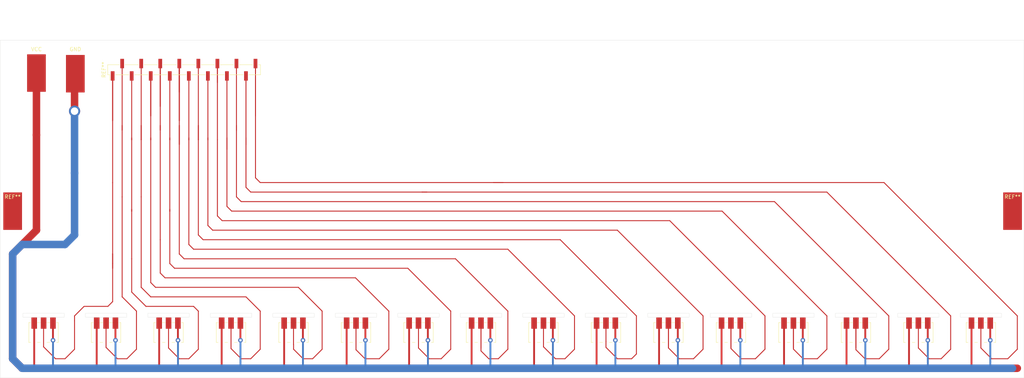
<source format=kicad_pcb>
(kicad_pcb (version 20171130) (host pcbnew 5.1.6-c6e7f7d~87~ubuntu18.04.1)

  (general
    (thickness 1.6)
    (drawings 68)
    (tracks 365)
    (zones 0)
    (modules 21)
    (nets 1)
  )

  (page A4)
  (layers
    (0 F.Cu signal)
    (31 B.Cu signal)
    (32 B.Adhes user)
    (33 F.Adhes user)
    (34 B.Paste user)
    (35 F.Paste user)
    (36 B.SilkS user)
    (37 F.SilkS user)
    (38 B.Mask user)
    (39 F.Mask user)
    (40 Dwgs.User user)
    (41 Cmts.User user)
    (42 Eco1.User user)
    (43 Eco2.User user)
    (44 Edge.Cuts user)
    (45 Margin user)
    (46 B.CrtYd user)
    (47 F.CrtYd user)
    (48 B.Fab user)
    (49 F.Fab user)
  )

  (setup
    (last_trace_width 0.25)
    (user_trace_width 0.5)
    (user_trace_width 2)
    (trace_clearance 0.2)
    (zone_clearance 0.508)
    (zone_45_only no)
    (trace_min 0.2)
    (via_size 0.8)
    (via_drill 0.4)
    (via_min_size 0.4)
    (via_min_drill 0.3)
    (uvia_size 0.3)
    (uvia_drill 0.1)
    (uvias_allowed no)
    (uvia_min_size 0.2)
    (uvia_min_drill 0.1)
    (edge_width 0.05)
    (segment_width 0.2)
    (pcb_text_width 0.3)
    (pcb_text_size 1.5 1.5)
    (mod_edge_width 0.12)
    (mod_text_size 1 1)
    (mod_text_width 0.15)
    (pad_size 5 10)
    (pad_drill 0)
    (pad_to_mask_clearance 0.05)
    (aux_axis_origin 0 0)
    (visible_elements FFFFFF7F)
    (pcbplotparams
      (layerselection 0x010fc_ffffffff)
      (usegerberextensions false)
      (usegerberattributes true)
      (usegerberadvancedattributes true)
      (creategerberjobfile true)
      (excludeedgelayer true)
      (linewidth 0.100000)
      (plotframeref false)
      (viasonmask false)
      (mode 1)
      (useauxorigin false)
      (hpglpennumber 1)
      (hpglpenspeed 20)
      (hpglpendiameter 15.000000)
      (psnegative false)
      (psa4output false)
      (plotreference true)
      (plotvalue true)
      (plotinvisibletext false)
      (padsonsilk false)
      (subtractmaskfromsilk false)
      (outputformat 1)
      (mirror false)
      (drillshape 1)
      (scaleselection 1)
      (outputdirectory ""))
  )

  (net 0 "")

  (net_class Default "This is the default net class."
    (clearance 0.2)
    (trace_width 0.25)
    (via_dia 0.8)
    (via_drill 0.4)
    (uvia_dia 0.3)
    (uvia_drill 0.1)
  )

  (module Connector_Wire:SolderWirePad_1x01_SMD_5x10mm (layer F.Cu) (tedit 60400773) (tstamp 604007C4)
    (at 298.45 87.63)
    (descr "Wire Pad, Square, SMD Pad,  5mm x 10mm,")
    (tags "MesurementPoint Square SMDPad 5mmx10mm ")
    (attr smd virtual)
    (fp_text reference REF** (at 0 -3.81) (layer F.SilkS)
      (effects (font (size 1 1) (thickness 0.15)))
    )
    (fp_text value Pad (at 0 6.35) (layer F.Fab)
      (effects (font (size 1 1) (thickness 0.15)))
    )
    (fp_line (start -2.75 -5.25) (end -2.75 5.25) (layer F.CrtYd) (width 0.05))
    (fp_line (start -2.75 5.25) (end 2.75 5.25) (layer F.CrtYd) (width 0.05))
    (fp_line (start 2.75 5.25) (end 2.75 -5.25) (layer F.CrtYd) (width 0.05))
    (fp_line (start 2.75 -5.25) (end -2.75 -5.25) (layer F.CrtYd) (width 0.05))
    (fp_text user %R (at 0 0) (layer F.Fab)
      (effects (font (size 1 1) (thickness 0.15)))
    )
    (pad "" smd rect (at 0 0) (size 5 10) (layers F.Cu F.Paste F.Mask))
  )

  (module Connector_Wire:SolderWirePad_1x01_SMD_5x10mm (layer F.Cu) (tedit 6040076F) (tstamp 604007C4)
    (at 31.75 87.63)
    (descr "Wire Pad, Square, SMD Pad,  5mm x 10mm,")
    (tags "MesurementPoint Square SMDPad 5mmx10mm ")
    (attr smd virtual)
    (fp_text reference REF** (at 0 -3.81) (layer F.SilkS)
      (effects (font (size 1 1) (thickness 0.15)))
    )
    (fp_text value Pad (at 0 6.35) (layer F.Fab)
      (effects (font (size 1 1) (thickness 0.15)))
    )
    (fp_line (start -2.75 -5.25) (end -2.75 5.25) (layer F.CrtYd) (width 0.05))
    (fp_line (start -2.75 5.25) (end 2.75 5.25) (layer F.CrtYd) (width 0.05))
    (fp_line (start 2.75 5.25) (end 2.75 -5.25) (layer F.CrtYd) (width 0.05))
    (fp_line (start 2.75 -5.25) (end -2.75 -5.25) (layer F.CrtYd) (width 0.05))
    (fp_text user %R (at 0 0) (layer F.Fab)
      (effects (font (size 1 1) (thickness 0.15)))
    )
    (pad "" smd rect (at 0 0) (size 5 10) (layers F.Cu F.Paste F.Mask))
  )

  (module display:strip_connector (layer F.Cu) (tedit 603EB336) (tstamp 603FF5F7)
    (at 289.9978 120)
    (descr "Samtec HLE .100\" Tiger Beam Cost-effective Single Beam Socket Strip, HLE-103-02-xxx-DV-LC, 3 Pins per row (http://suddendocs.samtec.com/prints/hle-1xx-02-xxx-dv-xx-xx-xx-mkt.pdf, http://suddendocs.samtec.com/prints/hle-dv-footprint.pdf), generated with kicad-footprint-generator")
    (tags "connector Samtec HLE top entry")
    (attr smd)
    (fp_text reference REF** (at 0 -4.87) (layer F.SilkS) hide
      (effects (font (size 1 1) (thickness 0.15)))
    )
    (fp_text value strip_connector (at 0 4.87) (layer F.Fab)
      (effects (font (size 1 1) (thickness 0.15)))
    )
    (fp_line (start -5 4.17) (end -5 -4.17) (layer F.CrtYd) (width 0.05))
    (fp_line (start -5 4.17) (end 5 4.17) (layer F.CrtYd) (width 0.05))
    (fp_line (start 5 -4.17) (end 5 4.17) (layer F.CrtYd) (width 0.05))
    (fp_line (start -5 -4.17) (end 5 -4.17) (layer F.CrtYd) (width 0.05))
    (fp_line (start 0.895 2.65) (end 1.645 2.65) (layer F.SilkS) (width 0.12))
    (fp_line (start 0.895 -2.65) (end 1.645 -2.65) (layer F.SilkS) (width 0.12))
    (fp_line (start -1.645 2.65) (end -0.895 2.65) (layer F.SilkS) (width 0.12))
    (fp_line (start -1.645 -2.65) (end -0.895 -2.65) (layer F.SilkS) (width 0.12))
    (fp_line (start 3.92 2.65) (end 3.435 2.65) (layer F.SilkS) (width 0.12))
    (fp_line (start 3.92 -2.65) (end 3.92 2.65) (layer F.SilkS) (width 0.12))
    (fp_line (start 3.435 -2.65) (end 3.92 -2.65) (layer F.SilkS) (width 0.12))
    (fp_line (start -3.92 2.65) (end -3.435 2.65) (layer F.SilkS) (width 0.12))
    (fp_line (start -3.92 -2.65) (end -3.92 2.65) (layer F.SilkS) (width 0.12))
    (fp_line (start -3.435 -2.65) (end -3.92 -2.65) (layer F.SilkS) (width 0.12))
    (fp_line (start -2.54 -1.832893) (end -2.04 -2.54) (layer F.Fab) (width 0.1))
    (fp_line (start -3.04 -2.54) (end -2.54 -1.832893) (layer F.Fab) (width 0.1))
    (fp_line (start -3.81 0) (end -3.81 -2.54) (layer F.Fab) (width 0.1))
    (fp_line (start 3.81 0) (end -3.81 0) (layer F.Fab) (width 0.1))
    (fp_line (start 3.81 -2.54) (end 3.81 0) (layer F.Fab) (width 0.1))
    (fp_line (start -3.81 -2.54) (end 3.81 -2.54) (layer F.Fab) (width 0.1))
    (fp_text user %R (at 0 1.84) (layer F.Fab)
      (effects (font (size 1 1) (thickness 0.15)))
    )
    (pad 3 smd rect (at 2.5 -2.5) (size 1.5 3) (layers F.Cu F.Paste F.Mask))
    (pad 2 smd rect (at 0 -2.5) (size 1.5 3) (layers F.Cu F.Paste F.Mask))
    (pad 1 smd rect (at -2.5 -2.5) (size 1.5 3) (layers F.Cu F.Paste F.Mask))
    (model ${KISYS3DMOD}/Connector_Samtec_HLE_SMD.3dshapes/Samtec_HLE-103-02-xxx-DV-LC_2x03_P2.54mm_Horizontal.wrl
      (at (xyz 0 0 0))
      (scale (xyz 1 1 1))
      (rotate (xyz 0 0 0))
    )
  )

  (module display:strip_connector (layer F.Cu) (tedit 603EB336) (tstamp 603FF5D9)
    (at 223.3314 120)
    (descr "Samtec HLE .100\" Tiger Beam Cost-effective Single Beam Socket Strip, HLE-103-02-xxx-DV-LC, 3 Pins per row (http://suddendocs.samtec.com/prints/hle-1xx-02-xxx-dv-xx-xx-xx-mkt.pdf, http://suddendocs.samtec.com/prints/hle-dv-footprint.pdf), generated with kicad-footprint-generator")
    (tags "connector Samtec HLE top entry")
    (attr smd)
    (fp_text reference REF** (at 0 -4.87) (layer F.SilkS) hide
      (effects (font (size 1 1) (thickness 0.15)))
    )
    (fp_text value strip_connector (at 0 4.87) (layer F.Fab)
      (effects (font (size 1 1) (thickness 0.15)))
    )
    (fp_line (start -5 4.17) (end -5 -4.17) (layer F.CrtYd) (width 0.05))
    (fp_line (start -5 4.17) (end 5 4.17) (layer F.CrtYd) (width 0.05))
    (fp_line (start 5 -4.17) (end 5 4.17) (layer F.CrtYd) (width 0.05))
    (fp_line (start -5 -4.17) (end 5 -4.17) (layer F.CrtYd) (width 0.05))
    (fp_line (start 0.895 2.65) (end 1.645 2.65) (layer F.SilkS) (width 0.12))
    (fp_line (start 0.895 -2.65) (end 1.645 -2.65) (layer F.SilkS) (width 0.12))
    (fp_line (start -1.645 2.65) (end -0.895 2.65) (layer F.SilkS) (width 0.12))
    (fp_line (start -1.645 -2.65) (end -0.895 -2.65) (layer F.SilkS) (width 0.12))
    (fp_line (start 3.92 2.65) (end 3.435 2.65) (layer F.SilkS) (width 0.12))
    (fp_line (start 3.92 -2.65) (end 3.92 2.65) (layer F.SilkS) (width 0.12))
    (fp_line (start 3.435 -2.65) (end 3.92 -2.65) (layer F.SilkS) (width 0.12))
    (fp_line (start -3.92 2.65) (end -3.435 2.65) (layer F.SilkS) (width 0.12))
    (fp_line (start -3.92 -2.65) (end -3.92 2.65) (layer F.SilkS) (width 0.12))
    (fp_line (start -3.435 -2.65) (end -3.92 -2.65) (layer F.SilkS) (width 0.12))
    (fp_line (start -2.54 -1.832893) (end -2.04 -2.54) (layer F.Fab) (width 0.1))
    (fp_line (start -3.04 -2.54) (end -2.54 -1.832893) (layer F.Fab) (width 0.1))
    (fp_line (start -3.81 0) (end -3.81 -2.54) (layer F.Fab) (width 0.1))
    (fp_line (start 3.81 0) (end -3.81 0) (layer F.Fab) (width 0.1))
    (fp_line (start 3.81 -2.54) (end 3.81 0) (layer F.Fab) (width 0.1))
    (fp_line (start -3.81 -2.54) (end 3.81 -2.54) (layer F.Fab) (width 0.1))
    (fp_text user %R (at 0 1.84) (layer F.Fab)
      (effects (font (size 1 1) (thickness 0.15)))
    )
    (pad 3 smd rect (at 2.5 -2.5) (size 1.5 3) (layers F.Cu F.Paste F.Mask))
    (pad 2 smd rect (at 0 -2.5) (size 1.5 3) (layers F.Cu F.Paste F.Mask))
    (pad 1 smd rect (at -2.5 -2.5) (size 1.5 3) (layers F.Cu F.Paste F.Mask))
    (model ${KISYS3DMOD}/Connector_Samtec_HLE_SMD.3dshapes/Samtec_HLE-103-02-xxx-DV-LC_2x03_P2.54mm_Horizontal.wrl
      (at (xyz 0 0 0))
      (scale (xyz 1 1 1))
      (rotate (xyz 0 0 0))
    )
  )

  (module display:strip_connector (layer F.Cu) (tedit 603EB336) (tstamp 603FF5B7)
    (at 256.6646 120)
    (descr "Samtec HLE .100\" Tiger Beam Cost-effective Single Beam Socket Strip, HLE-103-02-xxx-DV-LC, 3 Pins per row (http://suddendocs.samtec.com/prints/hle-1xx-02-xxx-dv-xx-xx-xx-mkt.pdf, http://suddendocs.samtec.com/prints/hle-dv-footprint.pdf), generated with kicad-footprint-generator")
    (tags "connector Samtec HLE top entry")
    (attr smd)
    (fp_text reference REF** (at 0 -4.87) (layer F.SilkS) hide
      (effects (font (size 1 1) (thickness 0.15)))
    )
    (fp_text value strip_connector (at 0 4.87) (layer F.Fab)
      (effects (font (size 1 1) (thickness 0.15)))
    )
    (fp_line (start -5 4.17) (end -5 -4.17) (layer F.CrtYd) (width 0.05))
    (fp_line (start -5 4.17) (end 5 4.17) (layer F.CrtYd) (width 0.05))
    (fp_line (start 5 -4.17) (end 5 4.17) (layer F.CrtYd) (width 0.05))
    (fp_line (start -5 -4.17) (end 5 -4.17) (layer F.CrtYd) (width 0.05))
    (fp_line (start 0.895 2.65) (end 1.645 2.65) (layer F.SilkS) (width 0.12))
    (fp_line (start 0.895 -2.65) (end 1.645 -2.65) (layer F.SilkS) (width 0.12))
    (fp_line (start -1.645 2.65) (end -0.895 2.65) (layer F.SilkS) (width 0.12))
    (fp_line (start -1.645 -2.65) (end -0.895 -2.65) (layer F.SilkS) (width 0.12))
    (fp_line (start 3.92 2.65) (end 3.435 2.65) (layer F.SilkS) (width 0.12))
    (fp_line (start 3.92 -2.65) (end 3.92 2.65) (layer F.SilkS) (width 0.12))
    (fp_line (start 3.435 -2.65) (end 3.92 -2.65) (layer F.SilkS) (width 0.12))
    (fp_line (start -3.92 2.65) (end -3.435 2.65) (layer F.SilkS) (width 0.12))
    (fp_line (start -3.92 -2.65) (end -3.92 2.65) (layer F.SilkS) (width 0.12))
    (fp_line (start -3.435 -2.65) (end -3.92 -2.65) (layer F.SilkS) (width 0.12))
    (fp_line (start -2.54 -1.832893) (end -2.04 -2.54) (layer F.Fab) (width 0.1))
    (fp_line (start -3.04 -2.54) (end -2.54 -1.832893) (layer F.Fab) (width 0.1))
    (fp_line (start -3.81 0) (end -3.81 -2.54) (layer F.Fab) (width 0.1))
    (fp_line (start 3.81 0) (end -3.81 0) (layer F.Fab) (width 0.1))
    (fp_line (start 3.81 -2.54) (end 3.81 0) (layer F.Fab) (width 0.1))
    (fp_line (start -3.81 -2.54) (end 3.81 -2.54) (layer F.Fab) (width 0.1))
    (fp_text user %R (at 0 1.84) (layer F.Fab)
      (effects (font (size 1 1) (thickness 0.15)))
    )
    (pad 3 smd rect (at 2.5 -2.5) (size 1.5 3) (layers F.Cu F.Paste F.Mask))
    (pad 2 smd rect (at 0 -2.5) (size 1.5 3) (layers F.Cu F.Paste F.Mask))
    (pad 1 smd rect (at -2.5 -2.5) (size 1.5 3) (layers F.Cu F.Paste F.Mask))
    (model ${KISYS3DMOD}/Connector_Samtec_HLE_SMD.3dshapes/Samtec_HLE-103-02-xxx-DV-LC_2x03_P2.54mm_Horizontal.wrl
      (at (xyz 0 0 0))
      (scale (xyz 1 1 1))
      (rotate (xyz 0 0 0))
    )
  )

  (module display:strip_connector (layer F.Cu) (tedit 603EB336) (tstamp 603FF59C)
    (at 273.3312 120)
    (descr "Samtec HLE .100\" Tiger Beam Cost-effective Single Beam Socket Strip, HLE-103-02-xxx-DV-LC, 3 Pins per row (http://suddendocs.samtec.com/prints/hle-1xx-02-xxx-dv-xx-xx-xx-mkt.pdf, http://suddendocs.samtec.com/prints/hle-dv-footprint.pdf), generated with kicad-footprint-generator")
    (tags "connector Samtec HLE top entry")
    (attr smd)
    (fp_text reference REF** (at 0 -4.87) (layer F.SilkS) hide
      (effects (font (size 1 1) (thickness 0.15)))
    )
    (fp_text value strip_connector (at 0 4.87) (layer F.Fab)
      (effects (font (size 1 1) (thickness 0.15)))
    )
    (fp_line (start -5 4.17) (end -5 -4.17) (layer F.CrtYd) (width 0.05))
    (fp_line (start -5 4.17) (end 5 4.17) (layer F.CrtYd) (width 0.05))
    (fp_line (start 5 -4.17) (end 5 4.17) (layer F.CrtYd) (width 0.05))
    (fp_line (start -5 -4.17) (end 5 -4.17) (layer F.CrtYd) (width 0.05))
    (fp_line (start 0.895 2.65) (end 1.645 2.65) (layer F.SilkS) (width 0.12))
    (fp_line (start 0.895 -2.65) (end 1.645 -2.65) (layer F.SilkS) (width 0.12))
    (fp_line (start -1.645 2.65) (end -0.895 2.65) (layer F.SilkS) (width 0.12))
    (fp_line (start -1.645 -2.65) (end -0.895 -2.65) (layer F.SilkS) (width 0.12))
    (fp_line (start 3.92 2.65) (end 3.435 2.65) (layer F.SilkS) (width 0.12))
    (fp_line (start 3.92 -2.65) (end 3.92 2.65) (layer F.SilkS) (width 0.12))
    (fp_line (start 3.435 -2.65) (end 3.92 -2.65) (layer F.SilkS) (width 0.12))
    (fp_line (start -3.92 2.65) (end -3.435 2.65) (layer F.SilkS) (width 0.12))
    (fp_line (start -3.92 -2.65) (end -3.92 2.65) (layer F.SilkS) (width 0.12))
    (fp_line (start -3.435 -2.65) (end -3.92 -2.65) (layer F.SilkS) (width 0.12))
    (fp_line (start -2.54 -1.832893) (end -2.04 -2.54) (layer F.Fab) (width 0.1))
    (fp_line (start -3.04 -2.54) (end -2.54 -1.832893) (layer F.Fab) (width 0.1))
    (fp_line (start -3.81 0) (end -3.81 -2.54) (layer F.Fab) (width 0.1))
    (fp_line (start 3.81 0) (end -3.81 0) (layer F.Fab) (width 0.1))
    (fp_line (start 3.81 -2.54) (end 3.81 0) (layer F.Fab) (width 0.1))
    (fp_line (start -3.81 -2.54) (end 3.81 -2.54) (layer F.Fab) (width 0.1))
    (fp_text user %R (at 0 1.84) (layer F.Fab)
      (effects (font (size 1 1) (thickness 0.15)))
    )
    (pad 3 smd rect (at 2.5 -2.5) (size 1.5 3) (layers F.Cu F.Paste F.Mask))
    (pad 2 smd rect (at 0 -2.5) (size 1.5 3) (layers F.Cu F.Paste F.Mask))
    (pad 1 smd rect (at -2.5 -2.5) (size 1.5 3) (layers F.Cu F.Paste F.Mask))
    (model ${KISYS3DMOD}/Connector_Samtec_HLE_SMD.3dshapes/Samtec_HLE-103-02-xxx-DV-LC_2x03_P2.54mm_Horizontal.wrl
      (at (xyz 0 0 0))
      (scale (xyz 1 1 1))
      (rotate (xyz 0 0 0))
    )
  )

  (module display:strip_connector (layer F.Cu) (tedit 603EB336) (tstamp 603FF57B)
    (at 189.9988 120)
    (descr "Samtec HLE .100\" Tiger Beam Cost-effective Single Beam Socket Strip, HLE-103-02-xxx-DV-LC, 3 Pins per row (http://suddendocs.samtec.com/prints/hle-1xx-02-xxx-dv-xx-xx-xx-mkt.pdf, http://suddendocs.samtec.com/prints/hle-dv-footprint.pdf), generated with kicad-footprint-generator")
    (tags "connector Samtec HLE top entry")
    (attr smd)
    (fp_text reference REF** (at 0 -4.87) (layer F.SilkS) hide
      (effects (font (size 1 1) (thickness 0.15)))
    )
    (fp_text value strip_connector (at 0 4.87) (layer F.Fab)
      (effects (font (size 1 1) (thickness 0.15)))
    )
    (fp_line (start -5 4.17) (end -5 -4.17) (layer F.CrtYd) (width 0.05))
    (fp_line (start -5 4.17) (end 5 4.17) (layer F.CrtYd) (width 0.05))
    (fp_line (start 5 -4.17) (end 5 4.17) (layer F.CrtYd) (width 0.05))
    (fp_line (start -5 -4.17) (end 5 -4.17) (layer F.CrtYd) (width 0.05))
    (fp_line (start 0.895 2.65) (end 1.645 2.65) (layer F.SilkS) (width 0.12))
    (fp_line (start 0.895 -2.65) (end 1.645 -2.65) (layer F.SilkS) (width 0.12))
    (fp_line (start -1.645 2.65) (end -0.895 2.65) (layer F.SilkS) (width 0.12))
    (fp_line (start -1.645 -2.65) (end -0.895 -2.65) (layer F.SilkS) (width 0.12))
    (fp_line (start 3.92 2.65) (end 3.435 2.65) (layer F.SilkS) (width 0.12))
    (fp_line (start 3.92 -2.65) (end 3.92 2.65) (layer F.SilkS) (width 0.12))
    (fp_line (start 3.435 -2.65) (end 3.92 -2.65) (layer F.SilkS) (width 0.12))
    (fp_line (start -3.92 2.65) (end -3.435 2.65) (layer F.SilkS) (width 0.12))
    (fp_line (start -3.92 -2.65) (end -3.92 2.65) (layer F.SilkS) (width 0.12))
    (fp_line (start -3.435 -2.65) (end -3.92 -2.65) (layer F.SilkS) (width 0.12))
    (fp_line (start -2.54 -1.832893) (end -2.04 -2.54) (layer F.Fab) (width 0.1))
    (fp_line (start -3.04 -2.54) (end -2.54 -1.832893) (layer F.Fab) (width 0.1))
    (fp_line (start -3.81 0) (end -3.81 -2.54) (layer F.Fab) (width 0.1))
    (fp_line (start 3.81 0) (end -3.81 0) (layer F.Fab) (width 0.1))
    (fp_line (start 3.81 -2.54) (end 3.81 0) (layer F.Fab) (width 0.1))
    (fp_line (start -3.81 -2.54) (end 3.81 -2.54) (layer F.Fab) (width 0.1))
    (fp_text user %R (at 0 1.84) (layer F.Fab)
      (effects (font (size 1 1) (thickness 0.15)))
    )
    (pad 3 smd rect (at 2.5 -2.5) (size 1.5 3) (layers F.Cu F.Paste F.Mask))
    (pad 2 smd rect (at 0 -2.5) (size 1.5 3) (layers F.Cu F.Paste F.Mask))
    (pad 1 smd rect (at -2.5 -2.5) (size 1.5 3) (layers F.Cu F.Paste F.Mask))
    (model ${KISYS3DMOD}/Connector_Samtec_HLE_SMD.3dshapes/Samtec_HLE-103-02-xxx-DV-LC_2x03_P2.54mm_Horizontal.wrl
      (at (xyz 0 0 0))
      (scale (xyz 1 1 1))
      (rotate (xyz 0 0 0))
    )
  )

  (module display:strip_connector (layer F.Cu) (tedit 603EB336) (tstamp 603FF560)
    (at 206.6648 120)
    (descr "Samtec HLE .100\" Tiger Beam Cost-effective Single Beam Socket Strip, HLE-103-02-xxx-DV-LC, 3 Pins per row (http://suddendocs.samtec.com/prints/hle-1xx-02-xxx-dv-xx-xx-xx-mkt.pdf, http://suddendocs.samtec.com/prints/hle-dv-footprint.pdf), generated with kicad-footprint-generator")
    (tags "connector Samtec HLE top entry")
    (attr smd)
    (fp_text reference REF** (at 0 -4.87) (layer F.SilkS) hide
      (effects (font (size 1 1) (thickness 0.15)))
    )
    (fp_text value strip_connector (at 0 4.87) (layer F.Fab)
      (effects (font (size 1 1) (thickness 0.15)))
    )
    (fp_line (start -5 4.17) (end -5 -4.17) (layer F.CrtYd) (width 0.05))
    (fp_line (start -5 4.17) (end 5 4.17) (layer F.CrtYd) (width 0.05))
    (fp_line (start 5 -4.17) (end 5 4.17) (layer F.CrtYd) (width 0.05))
    (fp_line (start -5 -4.17) (end 5 -4.17) (layer F.CrtYd) (width 0.05))
    (fp_line (start 0.895 2.65) (end 1.645 2.65) (layer F.SilkS) (width 0.12))
    (fp_line (start 0.895 -2.65) (end 1.645 -2.65) (layer F.SilkS) (width 0.12))
    (fp_line (start -1.645 2.65) (end -0.895 2.65) (layer F.SilkS) (width 0.12))
    (fp_line (start -1.645 -2.65) (end -0.895 -2.65) (layer F.SilkS) (width 0.12))
    (fp_line (start 3.92 2.65) (end 3.435 2.65) (layer F.SilkS) (width 0.12))
    (fp_line (start 3.92 -2.65) (end 3.92 2.65) (layer F.SilkS) (width 0.12))
    (fp_line (start 3.435 -2.65) (end 3.92 -2.65) (layer F.SilkS) (width 0.12))
    (fp_line (start -3.92 2.65) (end -3.435 2.65) (layer F.SilkS) (width 0.12))
    (fp_line (start -3.92 -2.65) (end -3.92 2.65) (layer F.SilkS) (width 0.12))
    (fp_line (start -3.435 -2.65) (end -3.92 -2.65) (layer F.SilkS) (width 0.12))
    (fp_line (start -2.54 -1.832893) (end -2.04 -2.54) (layer F.Fab) (width 0.1))
    (fp_line (start -3.04 -2.54) (end -2.54 -1.832893) (layer F.Fab) (width 0.1))
    (fp_line (start -3.81 0) (end -3.81 -2.54) (layer F.Fab) (width 0.1))
    (fp_line (start 3.81 0) (end -3.81 0) (layer F.Fab) (width 0.1))
    (fp_line (start 3.81 -2.54) (end 3.81 0) (layer F.Fab) (width 0.1))
    (fp_line (start -3.81 -2.54) (end 3.81 -2.54) (layer F.Fab) (width 0.1))
    (fp_text user %R (at 0 1.84) (layer F.Fab)
      (effects (font (size 1 1) (thickness 0.15)))
    )
    (pad 1 smd rect (at -2.5 -2.5) (size 1.5 3) (layers F.Cu F.Paste F.Mask))
    (pad 2 smd rect (at 0 -2.5) (size 1.5 3) (layers F.Cu F.Paste F.Mask))
    (pad 3 smd rect (at 2.5 -2.5) (size 1.5 3) (layers F.Cu F.Paste F.Mask))
    (model ${KISYS3DMOD}/Connector_Samtec_HLE_SMD.3dshapes/Samtec_HLE-103-02-xxx-DV-LC_2x03_P2.54mm_Horizontal.wrl
      (at (xyz 0 0 0))
      (scale (xyz 1 1 1))
      (rotate (xyz 0 0 0))
    )
  )

  (module display:strip_connector (layer F.Cu) (tedit 603EB336) (tstamp 603FF533)
    (at 173.3328 120)
    (descr "Samtec HLE .100\" Tiger Beam Cost-effective Single Beam Socket Strip, HLE-103-02-xxx-DV-LC, 3 Pins per row (http://suddendocs.samtec.com/prints/hle-1xx-02-xxx-dv-xx-xx-xx-mkt.pdf, http://suddendocs.samtec.com/prints/hle-dv-footprint.pdf), generated with kicad-footprint-generator")
    (tags "connector Samtec HLE top entry")
    (attr smd)
    (fp_text reference REF** (at 0 -4.87) (layer F.SilkS) hide
      (effects (font (size 1 1) (thickness 0.15)))
    )
    (fp_text value strip_connector (at 0 4.87) (layer F.Fab)
      (effects (font (size 1 1) (thickness 0.15)))
    )
    (fp_line (start -5 4.17) (end -5 -4.17) (layer F.CrtYd) (width 0.05))
    (fp_line (start -5 4.17) (end 5 4.17) (layer F.CrtYd) (width 0.05))
    (fp_line (start 5 -4.17) (end 5 4.17) (layer F.CrtYd) (width 0.05))
    (fp_line (start -5 -4.17) (end 5 -4.17) (layer F.CrtYd) (width 0.05))
    (fp_line (start 0.895 2.65) (end 1.645 2.65) (layer F.SilkS) (width 0.12))
    (fp_line (start 0.895 -2.65) (end 1.645 -2.65) (layer F.SilkS) (width 0.12))
    (fp_line (start -1.645 2.65) (end -0.895 2.65) (layer F.SilkS) (width 0.12))
    (fp_line (start -1.645 -2.65) (end -0.895 -2.65) (layer F.SilkS) (width 0.12))
    (fp_line (start 3.92 2.65) (end 3.435 2.65) (layer F.SilkS) (width 0.12))
    (fp_line (start 3.92 -2.65) (end 3.92 2.65) (layer F.SilkS) (width 0.12))
    (fp_line (start 3.435 -2.65) (end 3.92 -2.65) (layer F.SilkS) (width 0.12))
    (fp_line (start -3.92 2.65) (end -3.435 2.65) (layer F.SilkS) (width 0.12))
    (fp_line (start -3.92 -2.65) (end -3.92 2.65) (layer F.SilkS) (width 0.12))
    (fp_line (start -3.435 -2.65) (end -3.92 -2.65) (layer F.SilkS) (width 0.12))
    (fp_line (start -2.54 -1.832893) (end -2.04 -2.54) (layer F.Fab) (width 0.1))
    (fp_line (start -3.04 -2.54) (end -2.54 -1.832893) (layer F.Fab) (width 0.1))
    (fp_line (start -3.81 0) (end -3.81 -2.54) (layer F.Fab) (width 0.1))
    (fp_line (start 3.81 0) (end -3.81 0) (layer F.Fab) (width 0.1))
    (fp_line (start 3.81 -2.54) (end 3.81 0) (layer F.Fab) (width 0.1))
    (fp_line (start -3.81 -2.54) (end 3.81 -2.54) (layer F.Fab) (width 0.1))
    (fp_text user %R (at 0 1.84) (layer F.Fab)
      (effects (font (size 1 1) (thickness 0.15)))
    )
    (pad 1 smd rect (at -2.5 -2.5) (size 1.5 3) (layers F.Cu F.Paste F.Mask))
    (pad 2 smd rect (at 0 -2.5) (size 1.5 3) (layers F.Cu F.Paste F.Mask))
    (pad 3 smd rect (at 2.5 -2.5) (size 1.5 3) (layers F.Cu F.Paste F.Mask))
    (model ${KISYS3DMOD}/Connector_Samtec_HLE_SMD.3dshapes/Samtec_HLE-103-02-xxx-DV-LC_2x03_P2.54mm_Horizontal.wrl
      (at (xyz 0 0 0))
      (scale (xyz 1 1 1))
      (rotate (xyz 0 0 0))
    )
  )

  (module display:strip_connector (layer F.Cu) (tedit 603EB336) (tstamp 603FF50A)
    (at 239.998 120)
    (descr "Samtec HLE .100\" Tiger Beam Cost-effective Single Beam Socket Strip, HLE-103-02-xxx-DV-LC, 3 Pins per row (http://suddendocs.samtec.com/prints/hle-1xx-02-xxx-dv-xx-xx-xx-mkt.pdf, http://suddendocs.samtec.com/prints/hle-dv-footprint.pdf), generated with kicad-footprint-generator")
    (tags "connector Samtec HLE top entry")
    (attr smd)
    (fp_text reference REF** (at 0 -4.87) (layer F.SilkS) hide
      (effects (font (size 1 1) (thickness 0.15)))
    )
    (fp_text value strip_connector (at 0 4.87) (layer F.Fab)
      (effects (font (size 1 1) (thickness 0.15)))
    )
    (fp_line (start -5 4.17) (end -5 -4.17) (layer F.CrtYd) (width 0.05))
    (fp_line (start -5 4.17) (end 5 4.17) (layer F.CrtYd) (width 0.05))
    (fp_line (start 5 -4.17) (end 5 4.17) (layer F.CrtYd) (width 0.05))
    (fp_line (start -5 -4.17) (end 5 -4.17) (layer F.CrtYd) (width 0.05))
    (fp_line (start 0.895 2.65) (end 1.645 2.65) (layer F.SilkS) (width 0.12))
    (fp_line (start 0.895 -2.65) (end 1.645 -2.65) (layer F.SilkS) (width 0.12))
    (fp_line (start -1.645 2.65) (end -0.895 2.65) (layer F.SilkS) (width 0.12))
    (fp_line (start -1.645 -2.65) (end -0.895 -2.65) (layer F.SilkS) (width 0.12))
    (fp_line (start 3.92 2.65) (end 3.435 2.65) (layer F.SilkS) (width 0.12))
    (fp_line (start 3.92 -2.65) (end 3.92 2.65) (layer F.SilkS) (width 0.12))
    (fp_line (start 3.435 -2.65) (end 3.92 -2.65) (layer F.SilkS) (width 0.12))
    (fp_line (start -3.92 2.65) (end -3.435 2.65) (layer F.SilkS) (width 0.12))
    (fp_line (start -3.92 -2.65) (end -3.92 2.65) (layer F.SilkS) (width 0.12))
    (fp_line (start -3.435 -2.65) (end -3.92 -2.65) (layer F.SilkS) (width 0.12))
    (fp_line (start -2.54 -1.832893) (end -2.04 -2.54) (layer F.Fab) (width 0.1))
    (fp_line (start -3.04 -2.54) (end -2.54 -1.832893) (layer F.Fab) (width 0.1))
    (fp_line (start -3.81 0) (end -3.81 -2.54) (layer F.Fab) (width 0.1))
    (fp_line (start 3.81 0) (end -3.81 0) (layer F.Fab) (width 0.1))
    (fp_line (start 3.81 -2.54) (end 3.81 0) (layer F.Fab) (width 0.1))
    (fp_line (start -3.81 -2.54) (end 3.81 -2.54) (layer F.Fab) (width 0.1))
    (fp_text user %R (at 0 1.84) (layer F.Fab)
      (effects (font (size 1 1) (thickness 0.15)))
    )
    (pad 1 smd rect (at -2.5 -2.5) (size 1.5 3) (layers F.Cu F.Paste F.Mask))
    (pad 2 smd rect (at 0 -2.5) (size 1.5 3) (layers F.Cu F.Paste F.Mask))
    (pad 3 smd rect (at 2.5 -2.5) (size 1.5 3) (layers F.Cu F.Paste F.Mask))
    (model ${KISYS3DMOD}/Connector_Samtec_HLE_SMD.3dshapes/Samtec_HLE-103-02-xxx-DV-LC_2x03_P2.54mm_Horizontal.wrl
      (at (xyz 0 0 0))
      (scale (xyz 1 1 1))
      (rotate (xyz 0 0 0))
    )
  )

  (module display:strip_connector (layer F.Cu) (tedit 603EB336) (tstamp 603FF397)
    (at 156.665 120)
    (descr "Samtec HLE .100\" Tiger Beam Cost-effective Single Beam Socket Strip, HLE-103-02-xxx-DV-LC, 3 Pins per row (http://suddendocs.samtec.com/prints/hle-1xx-02-xxx-dv-xx-xx-xx-mkt.pdf, http://suddendocs.samtec.com/prints/hle-dv-footprint.pdf), generated with kicad-footprint-generator")
    (tags "connector Samtec HLE top entry")
    (attr smd)
    (fp_text reference REF** (at 0 -4.87) (layer F.SilkS) hide
      (effects (font (size 1 1) (thickness 0.15)))
    )
    (fp_text value strip_connector (at 0 4.87) (layer F.Fab)
      (effects (font (size 1 1) (thickness 0.15)))
    )
    (fp_line (start -5 4.17) (end -5 -4.17) (layer F.CrtYd) (width 0.05))
    (fp_line (start -5 4.17) (end 5 4.17) (layer F.CrtYd) (width 0.05))
    (fp_line (start 5 -4.17) (end 5 4.17) (layer F.CrtYd) (width 0.05))
    (fp_line (start -5 -4.17) (end 5 -4.17) (layer F.CrtYd) (width 0.05))
    (fp_line (start 0.895 2.65) (end 1.645 2.65) (layer F.SilkS) (width 0.12))
    (fp_line (start 0.895 -2.65) (end 1.645 -2.65) (layer F.SilkS) (width 0.12))
    (fp_line (start -1.645 2.65) (end -0.895 2.65) (layer F.SilkS) (width 0.12))
    (fp_line (start -1.645 -2.65) (end -0.895 -2.65) (layer F.SilkS) (width 0.12))
    (fp_line (start 3.92 2.65) (end 3.435 2.65) (layer F.SilkS) (width 0.12))
    (fp_line (start 3.92 -2.65) (end 3.92 2.65) (layer F.SilkS) (width 0.12))
    (fp_line (start 3.435 -2.65) (end 3.92 -2.65) (layer F.SilkS) (width 0.12))
    (fp_line (start -3.92 2.65) (end -3.435 2.65) (layer F.SilkS) (width 0.12))
    (fp_line (start -3.92 -2.65) (end -3.92 2.65) (layer F.SilkS) (width 0.12))
    (fp_line (start -3.435 -2.65) (end -3.92 -2.65) (layer F.SilkS) (width 0.12))
    (fp_line (start -2.54 -1.832893) (end -2.04 -2.54) (layer F.Fab) (width 0.1))
    (fp_line (start -3.04 -2.54) (end -2.54 -1.832893) (layer F.Fab) (width 0.1))
    (fp_line (start -3.81 0) (end -3.81 -2.54) (layer F.Fab) (width 0.1))
    (fp_line (start 3.81 0) (end -3.81 0) (layer F.Fab) (width 0.1))
    (fp_line (start 3.81 -2.54) (end 3.81 0) (layer F.Fab) (width 0.1))
    (fp_line (start -3.81 -2.54) (end 3.81 -2.54) (layer F.Fab) (width 0.1))
    (fp_text user %R (at 0 1.84) (layer F.Fab)
      (effects (font (size 1 1) (thickness 0.15)))
    )
    (pad 1 smd rect (at -2.5 -2.5) (size 1.5 3) (layers F.Cu F.Paste F.Mask))
    (pad 2 smd rect (at 0 -2.5) (size 1.5 3) (layers F.Cu F.Paste F.Mask))
    (pad 3 smd rect (at 2.5 -2.5) (size 1.5 3) (layers F.Cu F.Paste F.Mask))
    (model ${KISYS3DMOD}/Connector_Samtec_HLE_SMD.3dshapes/Samtec_HLE-103-02-xxx-DV-LC_2x03_P2.54mm_Horizontal.wrl
      (at (xyz 0 0 0))
      (scale (xyz 1 1 1))
      (rotate (xyz 0 0 0))
    )
  )

  (module display:strip_connector (layer F.Cu) (tedit 603EB336) (tstamp 603FF397)
    (at 139.9984 120)
    (descr "Samtec HLE .100\" Tiger Beam Cost-effective Single Beam Socket Strip, HLE-103-02-xxx-DV-LC, 3 Pins per row (http://suddendocs.samtec.com/prints/hle-1xx-02-xxx-dv-xx-xx-xx-mkt.pdf, http://suddendocs.samtec.com/prints/hle-dv-footprint.pdf), generated with kicad-footprint-generator")
    (tags "connector Samtec HLE top entry")
    (attr smd)
    (fp_text reference REF** (at 0 -4.87) (layer F.SilkS) hide
      (effects (font (size 1 1) (thickness 0.15)))
    )
    (fp_text value strip_connector (at 0 4.87) (layer F.Fab)
      (effects (font (size 1 1) (thickness 0.15)))
    )
    (fp_line (start -5 4.17) (end -5 -4.17) (layer F.CrtYd) (width 0.05))
    (fp_line (start -5 4.17) (end 5 4.17) (layer F.CrtYd) (width 0.05))
    (fp_line (start 5 -4.17) (end 5 4.17) (layer F.CrtYd) (width 0.05))
    (fp_line (start -5 -4.17) (end 5 -4.17) (layer F.CrtYd) (width 0.05))
    (fp_line (start 0.895 2.65) (end 1.645 2.65) (layer F.SilkS) (width 0.12))
    (fp_line (start 0.895 -2.65) (end 1.645 -2.65) (layer F.SilkS) (width 0.12))
    (fp_line (start -1.645 2.65) (end -0.895 2.65) (layer F.SilkS) (width 0.12))
    (fp_line (start -1.645 -2.65) (end -0.895 -2.65) (layer F.SilkS) (width 0.12))
    (fp_line (start 3.92 2.65) (end 3.435 2.65) (layer F.SilkS) (width 0.12))
    (fp_line (start 3.92 -2.65) (end 3.92 2.65) (layer F.SilkS) (width 0.12))
    (fp_line (start 3.435 -2.65) (end 3.92 -2.65) (layer F.SilkS) (width 0.12))
    (fp_line (start -3.92 2.65) (end -3.435 2.65) (layer F.SilkS) (width 0.12))
    (fp_line (start -3.92 -2.65) (end -3.92 2.65) (layer F.SilkS) (width 0.12))
    (fp_line (start -3.435 -2.65) (end -3.92 -2.65) (layer F.SilkS) (width 0.12))
    (fp_line (start -2.54 -1.832893) (end -2.04 -2.54) (layer F.Fab) (width 0.1))
    (fp_line (start -3.04 -2.54) (end -2.54 -1.832893) (layer F.Fab) (width 0.1))
    (fp_line (start -3.81 0) (end -3.81 -2.54) (layer F.Fab) (width 0.1))
    (fp_line (start 3.81 0) (end -3.81 0) (layer F.Fab) (width 0.1))
    (fp_line (start 3.81 -2.54) (end 3.81 0) (layer F.Fab) (width 0.1))
    (fp_line (start -3.81 -2.54) (end 3.81 -2.54) (layer F.Fab) (width 0.1))
    (fp_text user %R (at 0 1.84) (layer F.Fab)
      (effects (font (size 1 1) (thickness 0.15)))
    )
    (pad 1 smd rect (at -2.5 -2.5) (size 1.5 3) (layers F.Cu F.Paste F.Mask))
    (pad 2 smd rect (at 0 -2.5) (size 1.5 3) (layers F.Cu F.Paste F.Mask))
    (pad 3 smd rect (at 2.5 -2.5) (size 1.5 3) (layers F.Cu F.Paste F.Mask))
    (model ${KISYS3DMOD}/Connector_Samtec_HLE_SMD.3dshapes/Samtec_HLE-103-02-xxx-DV-LC_2x03_P2.54mm_Horizontal.wrl
      (at (xyz 0 0 0))
      (scale (xyz 1 1 1))
      (rotate (xyz 0 0 0))
    )
  )

  (module display:strip_connector (layer F.Cu) (tedit 603EB336) (tstamp 603FF397)
    (at 123.3318 120)
    (descr "Samtec HLE .100\" Tiger Beam Cost-effective Single Beam Socket Strip, HLE-103-02-xxx-DV-LC, 3 Pins per row (http://suddendocs.samtec.com/prints/hle-1xx-02-xxx-dv-xx-xx-xx-mkt.pdf, http://suddendocs.samtec.com/prints/hle-dv-footprint.pdf), generated with kicad-footprint-generator")
    (tags "connector Samtec HLE top entry")
    (attr smd)
    (fp_text reference REF** (at 0 -4.87) (layer F.SilkS) hide
      (effects (font (size 1 1) (thickness 0.15)))
    )
    (fp_text value strip_connector (at 0 4.87) (layer F.Fab)
      (effects (font (size 1 1) (thickness 0.15)))
    )
    (fp_line (start -5 4.17) (end -5 -4.17) (layer F.CrtYd) (width 0.05))
    (fp_line (start -5 4.17) (end 5 4.17) (layer F.CrtYd) (width 0.05))
    (fp_line (start 5 -4.17) (end 5 4.17) (layer F.CrtYd) (width 0.05))
    (fp_line (start -5 -4.17) (end 5 -4.17) (layer F.CrtYd) (width 0.05))
    (fp_line (start 0.895 2.65) (end 1.645 2.65) (layer F.SilkS) (width 0.12))
    (fp_line (start 0.895 -2.65) (end 1.645 -2.65) (layer F.SilkS) (width 0.12))
    (fp_line (start -1.645 2.65) (end -0.895 2.65) (layer F.SilkS) (width 0.12))
    (fp_line (start -1.645 -2.65) (end -0.895 -2.65) (layer F.SilkS) (width 0.12))
    (fp_line (start 3.92 2.65) (end 3.435 2.65) (layer F.SilkS) (width 0.12))
    (fp_line (start 3.92 -2.65) (end 3.92 2.65) (layer F.SilkS) (width 0.12))
    (fp_line (start 3.435 -2.65) (end 3.92 -2.65) (layer F.SilkS) (width 0.12))
    (fp_line (start -3.92 2.65) (end -3.435 2.65) (layer F.SilkS) (width 0.12))
    (fp_line (start -3.92 -2.65) (end -3.92 2.65) (layer F.SilkS) (width 0.12))
    (fp_line (start -3.435 -2.65) (end -3.92 -2.65) (layer F.SilkS) (width 0.12))
    (fp_line (start -2.54 -1.832893) (end -2.04 -2.54) (layer F.Fab) (width 0.1))
    (fp_line (start -3.04 -2.54) (end -2.54 -1.832893) (layer F.Fab) (width 0.1))
    (fp_line (start -3.81 0) (end -3.81 -2.54) (layer F.Fab) (width 0.1))
    (fp_line (start 3.81 0) (end -3.81 0) (layer F.Fab) (width 0.1))
    (fp_line (start 3.81 -2.54) (end 3.81 0) (layer F.Fab) (width 0.1))
    (fp_line (start -3.81 -2.54) (end 3.81 -2.54) (layer F.Fab) (width 0.1))
    (fp_text user %R (at 0 1.84) (layer F.Fab)
      (effects (font (size 1 1) (thickness 0.15)))
    )
    (pad 1 smd rect (at -2.5 -2.5) (size 1.5 3) (layers F.Cu F.Paste F.Mask))
    (pad 2 smd rect (at 0 -2.5) (size 1.5 3) (layers F.Cu F.Paste F.Mask))
    (pad 3 smd rect (at 2.5 -2.5) (size 1.5 3) (layers F.Cu F.Paste F.Mask))
    (model ${KISYS3DMOD}/Connector_Samtec_HLE_SMD.3dshapes/Samtec_HLE-103-02-xxx-DV-LC_2x03_P2.54mm_Horizontal.wrl
      (at (xyz 0 0 0))
      (scale (xyz 1 1 1))
      (rotate (xyz 0 0 0))
    )
  )

  (module display:strip_connector (layer F.Cu) (tedit 603EB336) (tstamp 603FF29F)
    (at 106.6652 120)
    (descr "Samtec HLE .100\" Tiger Beam Cost-effective Single Beam Socket Strip, HLE-103-02-xxx-DV-LC, 3 Pins per row (http://suddendocs.samtec.com/prints/hle-1xx-02-xxx-dv-xx-xx-xx-mkt.pdf, http://suddendocs.samtec.com/prints/hle-dv-footprint.pdf), generated with kicad-footprint-generator")
    (tags "connector Samtec HLE top entry")
    (attr smd)
    (fp_text reference REF** (at 0 -4.87) (layer F.SilkS) hide
      (effects (font (size 1 1) (thickness 0.15)))
    )
    (fp_text value strip_connector (at 0 4.87) (layer F.Fab)
      (effects (font (size 1 1) (thickness 0.15)))
    )
    (fp_line (start -5 4.17) (end -5 -4.17) (layer F.CrtYd) (width 0.05))
    (fp_line (start -5 4.17) (end 5 4.17) (layer F.CrtYd) (width 0.05))
    (fp_line (start 5 -4.17) (end 5 4.17) (layer F.CrtYd) (width 0.05))
    (fp_line (start -5 -4.17) (end 5 -4.17) (layer F.CrtYd) (width 0.05))
    (fp_line (start 0.895 2.65) (end 1.645 2.65) (layer F.SilkS) (width 0.12))
    (fp_line (start 0.895 -2.65) (end 1.645 -2.65) (layer F.SilkS) (width 0.12))
    (fp_line (start -1.645 2.65) (end -0.895 2.65) (layer F.SilkS) (width 0.12))
    (fp_line (start -1.645 -2.65) (end -0.895 -2.65) (layer F.SilkS) (width 0.12))
    (fp_line (start 3.92 2.65) (end 3.435 2.65) (layer F.SilkS) (width 0.12))
    (fp_line (start 3.92 -2.65) (end 3.92 2.65) (layer F.SilkS) (width 0.12))
    (fp_line (start 3.435 -2.65) (end 3.92 -2.65) (layer F.SilkS) (width 0.12))
    (fp_line (start -3.92 2.65) (end -3.435 2.65) (layer F.SilkS) (width 0.12))
    (fp_line (start -3.92 -2.65) (end -3.92 2.65) (layer F.SilkS) (width 0.12))
    (fp_line (start -3.435 -2.65) (end -3.92 -2.65) (layer F.SilkS) (width 0.12))
    (fp_line (start -2.54 -1.832893) (end -2.04 -2.54) (layer F.Fab) (width 0.1))
    (fp_line (start -3.04 -2.54) (end -2.54 -1.832893) (layer F.Fab) (width 0.1))
    (fp_line (start -3.81 0) (end -3.81 -2.54) (layer F.Fab) (width 0.1))
    (fp_line (start 3.81 0) (end -3.81 0) (layer F.Fab) (width 0.1))
    (fp_line (start 3.81 -2.54) (end 3.81 0) (layer F.Fab) (width 0.1))
    (fp_line (start -3.81 -2.54) (end 3.81 -2.54) (layer F.Fab) (width 0.1))
    (fp_text user %R (at 0 1.84) (layer F.Fab)
      (effects (font (size 1 1) (thickness 0.15)))
    )
    (pad 3 smd rect (at 2.5 -2.5) (size 1.5 3) (layers F.Cu F.Paste F.Mask))
    (pad 2 smd rect (at 0 -2.5) (size 1.5 3) (layers F.Cu F.Paste F.Mask))
    (pad 1 smd rect (at -2.5 -2.5) (size 1.5 3) (layers F.Cu F.Paste F.Mask))
    (model ${KISYS3DMOD}/Connector_Samtec_HLE_SMD.3dshapes/Samtec_HLE-103-02-xxx-DV-LC_2x03_P2.54mm_Horizontal.wrl
      (at (xyz 0 0 0))
      (scale (xyz 1 1 1))
      (rotate (xyz 0 0 0))
    )
  )

  (module display:strip_connector (layer F.Cu) (tedit 603EB336) (tstamp 603FF064)
    (at 89.9986 120)
    (descr "Samtec HLE .100\" Tiger Beam Cost-effective Single Beam Socket Strip, HLE-103-02-xxx-DV-LC, 3 Pins per row (http://suddendocs.samtec.com/prints/hle-1xx-02-xxx-dv-xx-xx-xx-mkt.pdf, http://suddendocs.samtec.com/prints/hle-dv-footprint.pdf), generated with kicad-footprint-generator")
    (tags "connector Samtec HLE top entry")
    (attr smd)
    (fp_text reference REF** (at 0 -4.87) (layer F.SilkS) hide
      (effects (font (size 1 1) (thickness 0.15)))
    )
    (fp_text value strip_connector (at 0 4.87) (layer F.Fab)
      (effects (font (size 1 1) (thickness 0.15)))
    )
    (fp_line (start -5 4.17) (end -5 -4.17) (layer F.CrtYd) (width 0.05))
    (fp_line (start -5 4.17) (end 5 4.17) (layer F.CrtYd) (width 0.05))
    (fp_line (start 5 -4.17) (end 5 4.17) (layer F.CrtYd) (width 0.05))
    (fp_line (start -5 -4.17) (end 5 -4.17) (layer F.CrtYd) (width 0.05))
    (fp_line (start 0.895 2.65) (end 1.645 2.65) (layer F.SilkS) (width 0.12))
    (fp_line (start 0.895 -2.65) (end 1.645 -2.65) (layer F.SilkS) (width 0.12))
    (fp_line (start -1.645 2.65) (end -0.895 2.65) (layer F.SilkS) (width 0.12))
    (fp_line (start -1.645 -2.65) (end -0.895 -2.65) (layer F.SilkS) (width 0.12))
    (fp_line (start 3.92 2.65) (end 3.435 2.65) (layer F.SilkS) (width 0.12))
    (fp_line (start 3.92 -2.65) (end 3.92 2.65) (layer F.SilkS) (width 0.12))
    (fp_line (start 3.435 -2.65) (end 3.92 -2.65) (layer F.SilkS) (width 0.12))
    (fp_line (start -3.92 2.65) (end -3.435 2.65) (layer F.SilkS) (width 0.12))
    (fp_line (start -3.92 -2.65) (end -3.92 2.65) (layer F.SilkS) (width 0.12))
    (fp_line (start -3.435 -2.65) (end -3.92 -2.65) (layer F.SilkS) (width 0.12))
    (fp_line (start -2.54 -1.832893) (end -2.04 -2.54) (layer F.Fab) (width 0.1))
    (fp_line (start -3.04 -2.54) (end -2.54 -1.832893) (layer F.Fab) (width 0.1))
    (fp_line (start -3.81 0) (end -3.81 -2.54) (layer F.Fab) (width 0.1))
    (fp_line (start 3.81 0) (end -3.81 0) (layer F.Fab) (width 0.1))
    (fp_line (start 3.81 -2.54) (end 3.81 0) (layer F.Fab) (width 0.1))
    (fp_line (start -3.81 -2.54) (end 3.81 -2.54) (layer F.Fab) (width 0.1))
    (fp_text user %R (at 0 1.84) (layer F.Fab)
      (effects (font (size 1 1) (thickness 0.15)))
    )
    (pad 1 smd rect (at -2.5 -2.5) (size 1.5 3) (layers F.Cu F.Paste F.Mask))
    (pad 2 smd rect (at 0 -2.5) (size 1.5 3) (layers F.Cu F.Paste F.Mask))
    (pad 3 smd rect (at 2.5 -2.5) (size 1.5 3) (layers F.Cu F.Paste F.Mask))
    (model ${KISYS3DMOD}/Connector_Samtec_HLE_SMD.3dshapes/Samtec_HLE-103-02-xxx-DV-LC_2x03_P2.54mm_Horizontal.wrl
      (at (xyz 0 0 0))
      (scale (xyz 1 1 1))
      (rotate (xyz 0 0 0))
    )
  )

  (module Connector_PinHeader_2.54mm:PinHeader_1x16_P2.54mm_Vertical_SMD_Pin1Left (layer F.Cu) (tedit 59FED5CC) (tstamp 603F9489)
    (at 77.47 49.915 90)
    (descr "surface-mounted straight pin header, 1x16, 2.54mm pitch, single row, style 1 (pin 1 left)")
    (tags "Surface mounted pin header SMD 1x16 2.54mm single row style1 pin1 left")
    (attr smd)
    (fp_text reference REF** (at 0 -21.38 90) (layer F.SilkS)
      (effects (font (size 1 1) (thickness 0.15)))
    )
    (fp_text value PinHeader_1x16_P2.54mm_Vertical_SMD_Pin1Left (at 0 21.38 90) (layer F.Fab)
      (effects (font (size 1 1) (thickness 0.15)))
    )
    (fp_line (start 3.45 -20.85) (end -3.45 -20.85) (layer F.CrtYd) (width 0.05))
    (fp_line (start 3.45 20.85) (end 3.45 -20.85) (layer F.CrtYd) (width 0.05))
    (fp_line (start -3.45 20.85) (end 3.45 20.85) (layer F.CrtYd) (width 0.05))
    (fp_line (start -3.45 -20.85) (end -3.45 20.85) (layer F.CrtYd) (width 0.05))
    (fp_line (start -1.33 17.27) (end -1.33 20.38) (layer F.SilkS) (width 0.12))
    (fp_line (start -1.33 12.19) (end -1.33 15.75) (layer F.SilkS) (width 0.12))
    (fp_line (start -1.33 7.11) (end -1.33 10.67) (layer F.SilkS) (width 0.12))
    (fp_line (start -1.33 2.03) (end -1.33 5.59) (layer F.SilkS) (width 0.12))
    (fp_line (start -1.33 -3.05) (end -1.33 0.51) (layer F.SilkS) (width 0.12))
    (fp_line (start -1.33 -8.13) (end -1.33 -4.57) (layer F.SilkS) (width 0.12))
    (fp_line (start -1.33 -13.21) (end -1.33 -9.65) (layer F.SilkS) (width 0.12))
    (fp_line (start -1.33 -18.29) (end -1.33 -14.73) (layer F.SilkS) (width 0.12))
    (fp_line (start 1.33 14.73) (end 1.33 18.29) (layer F.SilkS) (width 0.12))
    (fp_line (start 1.33 9.65) (end 1.33 13.21) (layer F.SilkS) (width 0.12))
    (fp_line (start 1.33 4.57) (end 1.33 8.13) (layer F.SilkS) (width 0.12))
    (fp_line (start 1.33 -0.51) (end 1.33 3.05) (layer F.SilkS) (width 0.12))
    (fp_line (start 1.33 -5.59) (end 1.33 -2.03) (layer F.SilkS) (width 0.12))
    (fp_line (start 1.33 -10.67) (end 1.33 -7.11) (layer F.SilkS) (width 0.12))
    (fp_line (start 1.33 -15.75) (end 1.33 -12.19) (layer F.SilkS) (width 0.12))
    (fp_line (start 1.33 19.81) (end 1.33 20.38) (layer F.SilkS) (width 0.12))
    (fp_line (start -1.33 -20.38) (end -1.33 -19.81) (layer F.SilkS) (width 0.12))
    (fp_line (start -1.33 -19.81) (end -2.85 -19.81) (layer F.SilkS) (width 0.12))
    (fp_line (start 1.33 -20.38) (end 1.33 -17.27) (layer F.SilkS) (width 0.12))
    (fp_line (start -1.33 20.38) (end 1.33 20.38) (layer F.SilkS) (width 0.12))
    (fp_line (start -1.33 -20.38) (end 1.33 -20.38) (layer F.SilkS) (width 0.12))
    (fp_line (start 2.54 19.37) (end 1.27 19.37) (layer F.Fab) (width 0.1))
    (fp_line (start 2.54 18.73) (end 2.54 19.37) (layer F.Fab) (width 0.1))
    (fp_line (start 1.27 18.73) (end 2.54 18.73) (layer F.Fab) (width 0.1))
    (fp_line (start 2.54 14.29) (end 1.27 14.29) (layer F.Fab) (width 0.1))
    (fp_line (start 2.54 13.65) (end 2.54 14.29) (layer F.Fab) (width 0.1))
    (fp_line (start 1.27 13.65) (end 2.54 13.65) (layer F.Fab) (width 0.1))
    (fp_line (start 2.54 9.21) (end 1.27 9.21) (layer F.Fab) (width 0.1))
    (fp_line (start 2.54 8.57) (end 2.54 9.21) (layer F.Fab) (width 0.1))
    (fp_line (start 1.27 8.57) (end 2.54 8.57) (layer F.Fab) (width 0.1))
    (fp_line (start 2.54 4.13) (end 1.27 4.13) (layer F.Fab) (width 0.1))
    (fp_line (start 2.54 3.49) (end 2.54 4.13) (layer F.Fab) (width 0.1))
    (fp_line (start 1.27 3.49) (end 2.54 3.49) (layer F.Fab) (width 0.1))
    (fp_line (start 2.54 -0.95) (end 1.27 -0.95) (layer F.Fab) (width 0.1))
    (fp_line (start 2.54 -1.59) (end 2.54 -0.95) (layer F.Fab) (width 0.1))
    (fp_line (start 1.27 -1.59) (end 2.54 -1.59) (layer F.Fab) (width 0.1))
    (fp_line (start 2.54 -6.03) (end 1.27 -6.03) (layer F.Fab) (width 0.1))
    (fp_line (start 2.54 -6.67) (end 2.54 -6.03) (layer F.Fab) (width 0.1))
    (fp_line (start 1.27 -6.67) (end 2.54 -6.67) (layer F.Fab) (width 0.1))
    (fp_line (start 2.54 -11.11) (end 1.27 -11.11) (layer F.Fab) (width 0.1))
    (fp_line (start 2.54 -11.75) (end 2.54 -11.11) (layer F.Fab) (width 0.1))
    (fp_line (start 1.27 -11.75) (end 2.54 -11.75) (layer F.Fab) (width 0.1))
    (fp_line (start 2.54 -16.19) (end 1.27 -16.19) (layer F.Fab) (width 0.1))
    (fp_line (start 2.54 -16.83) (end 2.54 -16.19) (layer F.Fab) (width 0.1))
    (fp_line (start 1.27 -16.83) (end 2.54 -16.83) (layer F.Fab) (width 0.1))
    (fp_line (start -2.54 16.83) (end -1.27 16.83) (layer F.Fab) (width 0.1))
    (fp_line (start -2.54 16.19) (end -2.54 16.83) (layer F.Fab) (width 0.1))
    (fp_line (start -1.27 16.19) (end -2.54 16.19) (layer F.Fab) (width 0.1))
    (fp_line (start -2.54 11.75) (end -1.27 11.75) (layer F.Fab) (width 0.1))
    (fp_line (start -2.54 11.11) (end -2.54 11.75) (layer F.Fab) (width 0.1))
    (fp_line (start -1.27 11.11) (end -2.54 11.11) (layer F.Fab) (width 0.1))
    (fp_line (start -2.54 6.67) (end -1.27 6.67) (layer F.Fab) (width 0.1))
    (fp_line (start -2.54 6.03) (end -2.54 6.67) (layer F.Fab) (width 0.1))
    (fp_line (start -1.27 6.03) (end -2.54 6.03) (layer F.Fab) (width 0.1))
    (fp_line (start -2.54 1.59) (end -1.27 1.59) (layer F.Fab) (width 0.1))
    (fp_line (start -2.54 0.95) (end -2.54 1.59) (layer F.Fab) (width 0.1))
    (fp_line (start -1.27 0.95) (end -2.54 0.95) (layer F.Fab) (width 0.1))
    (fp_line (start -2.54 -3.49) (end -1.27 -3.49) (layer F.Fab) (width 0.1))
    (fp_line (start -2.54 -4.13) (end -2.54 -3.49) (layer F.Fab) (width 0.1))
    (fp_line (start -1.27 -4.13) (end -2.54 -4.13) (layer F.Fab) (width 0.1))
    (fp_line (start -2.54 -8.57) (end -1.27 -8.57) (layer F.Fab) (width 0.1))
    (fp_line (start -2.54 -9.21) (end -2.54 -8.57) (layer F.Fab) (width 0.1))
    (fp_line (start -1.27 -9.21) (end -2.54 -9.21) (layer F.Fab) (width 0.1))
    (fp_line (start -2.54 -13.65) (end -1.27 -13.65) (layer F.Fab) (width 0.1))
    (fp_line (start -2.54 -14.29) (end -2.54 -13.65) (layer F.Fab) (width 0.1))
    (fp_line (start -1.27 -14.29) (end -2.54 -14.29) (layer F.Fab) (width 0.1))
    (fp_line (start -2.54 -18.73) (end -1.27 -18.73) (layer F.Fab) (width 0.1))
    (fp_line (start -2.54 -19.37) (end -2.54 -18.73) (layer F.Fab) (width 0.1))
    (fp_line (start -1.27 -19.37) (end -2.54 -19.37) (layer F.Fab) (width 0.1))
    (fp_line (start 1.27 -20.32) (end 1.27 20.32) (layer F.Fab) (width 0.1))
    (fp_line (start -1.27 -19.37) (end -0.32 -20.32) (layer F.Fab) (width 0.1))
    (fp_line (start -1.27 20.32) (end -1.27 -19.37) (layer F.Fab) (width 0.1))
    (fp_line (start -0.32 -20.32) (end 1.27 -20.32) (layer F.Fab) (width 0.1))
    (fp_line (start 1.27 20.32) (end -1.27 20.32) (layer F.Fab) (width 0.1))
    (fp_text user %R (at 0 0) (layer F.Fab)
      (effects (font (size 1 1) (thickness 0.15)))
    )
    (pad 16 smd rect (at 1.655 19.05 90) (size 2.51 1) (layers F.Cu F.Paste F.Mask))
    (pad 14 smd rect (at 1.655 13.97 90) (size 2.51 1) (layers F.Cu F.Paste F.Mask))
    (pad 12 smd rect (at 1.655 8.89 90) (size 2.51 1) (layers F.Cu F.Paste F.Mask))
    (pad 10 smd rect (at 1.655 3.81 90) (size 2.51 1) (layers F.Cu F.Paste F.Mask))
    (pad 8 smd rect (at 1.655 -1.27 90) (size 2.51 1) (layers F.Cu F.Paste F.Mask))
    (pad 6 smd rect (at 1.655 -6.35 90) (size 2.51 1) (layers F.Cu F.Paste F.Mask))
    (pad 4 smd rect (at 1.655 -11.43 90) (size 2.51 1) (layers F.Cu F.Paste F.Mask))
    (pad 2 smd rect (at 1.655 -16.51 90) (size 2.51 1) (layers F.Cu F.Paste F.Mask))
    (pad 15 smd rect (at -1.655 16.51 90) (size 2.51 1) (layers F.Cu F.Paste F.Mask))
    (pad 13 smd rect (at -1.655 11.43 90) (size 2.51 1) (layers F.Cu F.Paste F.Mask))
    (pad 11 smd rect (at -1.655 6.35 90) (size 2.51 1) (layers F.Cu F.Paste F.Mask))
    (pad 9 smd rect (at -1.655 1.27 90) (size 2.51 1) (layers F.Cu F.Paste F.Mask))
    (pad 7 smd rect (at -1.655 -3.81 90) (size 2.51 1) (layers F.Cu F.Paste F.Mask))
    (pad 5 smd rect (at -1.655 -8.89 90) (size 2.51 1) (layers F.Cu F.Paste F.Mask))
    (pad 3 smd rect (at -1.655 -13.97 90) (size 2.51 1) (layers F.Cu F.Paste F.Mask))
    (pad 1 smd rect (at -1.655 -19.05 90) (size 2.51 1) (layers F.Cu F.Paste F.Mask))
    (model ${KISYS3DMOD}/Connector_PinHeader_2.54mm.3dshapes/PinHeader_1x16_P2.54mm_Vertical_SMD_Pin1Left.wrl
      (at (xyz 0 0 0))
      (scale (xyz 1 1 1))
      (rotate (xyz 0 0 0))
    )
  )

  (module Connector_Wire:SolderWirePad_1x01_SMD_5x10mm (layer F.Cu) (tedit 603EBB6B) (tstamp 603F463D)
    (at 48.47 50.97)
    (descr "Wire Pad, Square, SMD Pad,  5mm x 10mm,")
    (tags "MesurementPoint Square SMDPad 5mmx10mm ")
    (attr smd virtual)
    (fp_text reference GND (at 0 -6.52) (layer F.SilkS)
      (effects (font (size 1 1) (thickness 0.15)))
    )
    (fp_text value GND (at -2.75 6.35) (layer F.Fab)
      (effects (font (size 1 1) (thickness 0.15)))
    )
    (fp_line (start -2.75 -5.25) (end -2.75 5.25) (layer F.CrtYd) (width 0.05))
    (fp_line (start -2.75 5.25) (end 2.75 5.25) (layer F.CrtYd) (width 0.05))
    (fp_line (start 2.75 5.25) (end 2.75 -5.25) (layer F.CrtYd) (width 0.05))
    (fp_line (start 2.75 -5.25) (end -2.75 -5.25) (layer F.CrtYd) (width 0.05))
    (fp_text user %R (at 0 0) (layer F.Fab)
      (effects (font (size 1 1) (thickness 0.15)))
    )
    (pad 2 smd rect (at 0 0) (size 5 10) (layers F.Cu F.Paste F.Mask))
  )

  (module Connector_Wire:SolderWirePad_1x01_SMD_5x10mm (layer F.Cu) (tedit 5640A485) (tstamp 603F4628)
    (at 38.1 50.8)
    (descr "Wire Pad, Square, SMD Pad,  5mm x 10mm,")
    (tags "MesurementPoint Square SMDPad 5mmx10mm ")
    (attr smd virtual)
    (fp_text reference VCC (at 0 -6.35) (layer F.SilkS)
      (effects (font (size 1 1) (thickness 0.15)))
    )
    (fp_text value VCC (at -2.54 6.35) (layer F.Fab)
      (effects (font (size 1 1) (thickness 0.15)))
    )
    (fp_line (start -2.75 -5.25) (end -2.75 5.25) (layer F.CrtYd) (width 0.05))
    (fp_line (start -2.75 5.25) (end 2.75 5.25) (layer F.CrtYd) (width 0.05))
    (fp_line (start 2.75 5.25) (end 2.75 -5.25) (layer F.CrtYd) (width 0.05))
    (fp_line (start 2.75 -5.25) (end -2.75 -5.25) (layer F.CrtYd) (width 0.05))
    (fp_text user %R (at 0 0) (layer F.Fab)
      (effects (font (size 1 1) (thickness 0.15)))
    )
    (pad 1 smd rect (at 0 0) (size 5 10) (layers F.Cu F.Paste F.Mask))
  )

  (module display:strip_connector (layer F.Cu) (tedit 603EB336) (tstamp 603F1C12)
    (at 73.332 120)
    (descr "Samtec HLE .100\" Tiger Beam Cost-effective Single Beam Socket Strip, HLE-103-02-xxx-DV-LC, 3 Pins per row (http://suddendocs.samtec.com/prints/hle-1xx-02-xxx-dv-xx-xx-xx-mkt.pdf, http://suddendocs.samtec.com/prints/hle-dv-footprint.pdf), generated with kicad-footprint-generator")
    (tags "connector Samtec HLE top entry")
    (attr smd)
    (fp_text reference REF** (at 0 -4.87) (layer F.SilkS) hide
      (effects (font (size 1 1) (thickness 0.15)))
    )
    (fp_text value strip_connector (at 0 4.87) (layer F.Fab)
      (effects (font (size 1 1) (thickness 0.15)))
    )
    (fp_line (start -5 4.17) (end -5 -4.17) (layer F.CrtYd) (width 0.05))
    (fp_line (start -5 4.17) (end 5 4.17) (layer F.CrtYd) (width 0.05))
    (fp_line (start 5 -4.17) (end 5 4.17) (layer F.CrtYd) (width 0.05))
    (fp_line (start -5 -4.17) (end 5 -4.17) (layer F.CrtYd) (width 0.05))
    (fp_line (start 0.895 2.65) (end 1.645 2.65) (layer F.SilkS) (width 0.12))
    (fp_line (start 0.895 -2.65) (end 1.645 -2.65) (layer F.SilkS) (width 0.12))
    (fp_line (start -1.645 2.65) (end -0.895 2.65) (layer F.SilkS) (width 0.12))
    (fp_line (start -1.645 -2.65) (end -0.895 -2.65) (layer F.SilkS) (width 0.12))
    (fp_line (start 3.92 2.65) (end 3.435 2.65) (layer F.SilkS) (width 0.12))
    (fp_line (start 3.92 -2.65) (end 3.92 2.65) (layer F.SilkS) (width 0.12))
    (fp_line (start 3.435 -2.65) (end 3.92 -2.65) (layer F.SilkS) (width 0.12))
    (fp_line (start -3.92 2.65) (end -3.435 2.65) (layer F.SilkS) (width 0.12))
    (fp_line (start -3.92 -2.65) (end -3.92 2.65) (layer F.SilkS) (width 0.12))
    (fp_line (start -3.435 -2.65) (end -3.92 -2.65) (layer F.SilkS) (width 0.12))
    (fp_line (start -2.54 -1.832893) (end -2.04 -2.54) (layer F.Fab) (width 0.1))
    (fp_line (start -3.04 -2.54) (end -2.54 -1.832893) (layer F.Fab) (width 0.1))
    (fp_line (start -3.81 0) (end -3.81 -2.54) (layer F.Fab) (width 0.1))
    (fp_line (start 3.81 0) (end -3.81 0) (layer F.Fab) (width 0.1))
    (fp_line (start 3.81 -2.54) (end 3.81 0) (layer F.Fab) (width 0.1))
    (fp_line (start -3.81 -2.54) (end 3.81 -2.54) (layer F.Fab) (width 0.1))
    (fp_text user %R (at 0 1.84) (layer F.Fab)
      (effects (font (size 1 1) (thickness 0.15)))
    )
    (pad 3 smd rect (at 2.5 -2.5) (size 1.5 3) (layers F.Cu F.Paste F.Mask))
    (pad 2 smd rect (at 0 -2.5) (size 1.5 3) (layers F.Cu F.Paste F.Mask))
    (pad 1 smd rect (at -2.5 -2.5) (size 1.5 3) (layers F.Cu F.Paste F.Mask))
    (model ${KISYS3DMOD}/Connector_Samtec_HLE_SMD.3dshapes/Samtec_HLE-103-02-xxx-DV-LC_2x03_P2.54mm_Horizontal.wrl
      (at (xyz 0 0 0))
      (scale (xyz 1 1 1))
      (rotate (xyz 0 0 0))
    )
  )

  (module display:strip_connector (layer F.Cu) (tedit 603EB336) (tstamp 603F1B57)
    (at 56.666 120)
    (descr "Samtec HLE .100\" Tiger Beam Cost-effective Single Beam Socket Strip, HLE-103-02-xxx-DV-LC, 3 Pins per row (http://suddendocs.samtec.com/prints/hle-1xx-02-xxx-dv-xx-xx-xx-mkt.pdf, http://suddendocs.samtec.com/prints/hle-dv-footprint.pdf), generated with kicad-footprint-generator")
    (tags "connector Samtec HLE top entry")
    (attr smd)
    (fp_text reference REF** (at 0 -4.87) (layer F.SilkS) hide
      (effects (font (size 1 1) (thickness 0.15)))
    )
    (fp_text value strip_connector (at 0 4.87) (layer F.Fab)
      (effects (font (size 1 1) (thickness 0.15)))
    )
    (fp_line (start -5 4.17) (end -5 -4.17) (layer F.CrtYd) (width 0.05))
    (fp_line (start -5 4.17) (end 5 4.17) (layer F.CrtYd) (width 0.05))
    (fp_line (start 5 -4.17) (end 5 4.17) (layer F.CrtYd) (width 0.05))
    (fp_line (start -5 -4.17) (end 5 -4.17) (layer F.CrtYd) (width 0.05))
    (fp_line (start 0.895 2.65) (end 1.645 2.65) (layer F.SilkS) (width 0.12))
    (fp_line (start 0.895 -2.65) (end 1.645 -2.65) (layer F.SilkS) (width 0.12))
    (fp_line (start -1.645 2.65) (end -0.895 2.65) (layer F.SilkS) (width 0.12))
    (fp_line (start -1.645 -2.65) (end -0.895 -2.65) (layer F.SilkS) (width 0.12))
    (fp_line (start 3.92 2.65) (end 3.435 2.65) (layer F.SilkS) (width 0.12))
    (fp_line (start 3.92 -2.65) (end 3.92 2.65) (layer F.SilkS) (width 0.12))
    (fp_line (start 3.435 -2.65) (end 3.92 -2.65) (layer F.SilkS) (width 0.12))
    (fp_line (start -3.92 2.65) (end -3.435 2.65) (layer F.SilkS) (width 0.12))
    (fp_line (start -3.92 -2.65) (end -3.92 2.65) (layer F.SilkS) (width 0.12))
    (fp_line (start -3.435 -2.65) (end -3.92 -2.65) (layer F.SilkS) (width 0.12))
    (fp_line (start -2.54 -1.832893) (end -2.04 -2.54) (layer F.Fab) (width 0.1))
    (fp_line (start -3.04 -2.54) (end -2.54 -1.832893) (layer F.Fab) (width 0.1))
    (fp_line (start -3.81 0) (end -3.81 -2.54) (layer F.Fab) (width 0.1))
    (fp_line (start 3.81 0) (end -3.81 0) (layer F.Fab) (width 0.1))
    (fp_line (start 3.81 -2.54) (end 3.81 0) (layer F.Fab) (width 0.1))
    (fp_line (start -3.81 -2.54) (end 3.81 -2.54) (layer F.Fab) (width 0.1))
    (fp_text user %R (at 0 1.84) (layer F.Fab)
      (effects (font (size 1 1) (thickness 0.15)))
    )
    (pad 1 smd rect (at -2.5 -2.5) (size 1.5 3) (layers F.Cu F.Paste F.Mask))
    (pad 2 smd rect (at 0 -2.5) (size 1.5 3) (layers F.Cu F.Paste F.Mask))
    (pad 3 smd rect (at 2.5 -2.5) (size 1.5 3) (layers F.Cu F.Paste F.Mask))
    (model ${KISYS3DMOD}/Connector_Samtec_HLE_SMD.3dshapes/Samtec_HLE-103-02-xxx-DV-LC_2x03_P2.54mm_Horizontal.wrl
      (at (xyz 0 0 0))
      (scale (xyz 1 1 1))
      (rotate (xyz 0 0 0))
    )
  )

  (module display:strip_connector (layer F.Cu) (tedit 603EB336) (tstamp 603F1B50)
    (at 40 120)
    (descr "Samtec HLE .100\" Tiger Beam Cost-effective Single Beam Socket Strip, HLE-103-02-xxx-DV-LC, 3 Pins per row (http://suddendocs.samtec.com/prints/hle-1xx-02-xxx-dv-xx-xx-xx-mkt.pdf, http://suddendocs.samtec.com/prints/hle-dv-footprint.pdf), generated with kicad-footprint-generator")
    (tags "connector Samtec HLE top entry")
    (attr smd)
    (fp_text reference REF** (at 0 -4.87) (layer F.SilkS) hide
      (effects (font (size 1 1) (thickness 0.15)))
    )
    (fp_text value strip_connector (at 0 4.87) (layer F.Fab)
      (effects (font (size 1 1) (thickness 0.15)))
    )
    (fp_line (start -5 4.17) (end -5 -4.17) (layer F.CrtYd) (width 0.05))
    (fp_line (start -5 4.17) (end 5 4.17) (layer F.CrtYd) (width 0.05))
    (fp_line (start 5 -4.17) (end 5 4.17) (layer F.CrtYd) (width 0.05))
    (fp_line (start -5 -4.17) (end 5 -4.17) (layer F.CrtYd) (width 0.05))
    (fp_line (start 0.895 2.65) (end 1.645 2.65) (layer F.SilkS) (width 0.12))
    (fp_line (start 0.895 -2.65) (end 1.645 -2.65) (layer F.SilkS) (width 0.12))
    (fp_line (start -1.645 2.65) (end -0.895 2.65) (layer F.SilkS) (width 0.12))
    (fp_line (start -1.645 -2.65) (end -0.895 -2.65) (layer F.SilkS) (width 0.12))
    (fp_line (start 3.92 2.65) (end 3.435 2.65) (layer F.SilkS) (width 0.12))
    (fp_line (start 3.92 -2.65) (end 3.92 2.65) (layer F.SilkS) (width 0.12))
    (fp_line (start 3.435 -2.65) (end 3.92 -2.65) (layer F.SilkS) (width 0.12))
    (fp_line (start -3.92 2.65) (end -3.435 2.65) (layer F.SilkS) (width 0.12))
    (fp_line (start -3.92 -2.65) (end -3.92 2.65) (layer F.SilkS) (width 0.12))
    (fp_line (start -3.435 -2.65) (end -3.92 -2.65) (layer F.SilkS) (width 0.12))
    (fp_line (start -2.54 -1.832893) (end -2.04 -2.54) (layer F.Fab) (width 0.1))
    (fp_line (start -3.04 -2.54) (end -2.54 -1.832893) (layer F.Fab) (width 0.1))
    (fp_line (start -3.81 0) (end -3.81 -2.54) (layer F.Fab) (width 0.1))
    (fp_line (start 3.81 0) (end -3.81 0) (layer F.Fab) (width 0.1))
    (fp_line (start 3.81 -2.54) (end 3.81 0) (layer F.Fab) (width 0.1))
    (fp_line (start -3.81 -2.54) (end 3.81 -2.54) (layer F.Fab) (width 0.1))
    (fp_text user %R (at 0 1.84) (layer F.Fab)
      (effects (font (size 1 1) (thickness 0.15)))
    )
    (pad 3 smd rect (at 2.5 -2.5) (size 1.5 3) (layers F.Cu F.Paste F.Mask))
    (pad 2 smd rect (at 0 -2.5) (size 1.5 3) (layers F.Cu F.Paste F.Mask))
    (pad 1 smd rect (at -2.5 -2.5) (size 1.5 3) (layers F.Cu F.Paste F.Mask))
    (model ${KISYS3DMOD}/Connector_Samtec_HLE_SMD.3dshapes/Samtec_HLE-103-02-xxx-DV-LC_2x03_P2.54mm_Horizontal.wrl
      (at (xyz 0 0 0))
      (scale (xyz 1 1 1))
      (rotate (xyz 0 0 0))
    )
  )

  (gr_line (start 278.8324 114.9) (end 278.8324 115.9) (layer Edge.Cuts) (width 0.05) (tstamp 603FF617))
  (gr_line (start 295.499 114.9) (end 295.499 115.9) (layer Edge.Cuts) (width 0.05) (tstamp 603FF615))
  (gr_line (start 284.499 114.9) (end 284.499 115.9) (layer Edge.Cuts) (width 0.05) (tstamp 603FF614))
  (gr_line (start 267.8324 114.9) (end 267.8324 115.9) (layer Edge.Cuts) (width 0.05) (tstamp 603FF5F6))
  (gr_line (start 251.1658 114.9) (end 262.1658 114.9) (layer Edge.Cuts) (width 0.05) (tstamp 603FF5F4))
  (gr_line (start 267.8324 115.9) (end 278.8324 115.9) (layer Edge.Cuts) (width 0.05) (tstamp 603FF5D7))
  (gr_line (start 262.1658 114.9) (end 262.1658 115.9) (layer Edge.Cuts) (width 0.05) (tstamp 603FF5D3))
  (gr_line (start 167.8328 114.9) (end 178.8328 114.9) (layer Edge.Cuts) (width 0.05) (tstamp 603FF55F))
  (gr_line (start 167.8328 115.9) (end 178.8328 115.9) (layer Edge.Cuts) (width 0.05) (tstamp 603FF55E))
  (gr_line (start 234.4992 114.9) (end 245.4992 114.9) (layer Edge.Cuts) (width 0.05) (tstamp 603FF55D))
  (gr_line (start 228.8326 114.9) (end 228.8326 115.9) (layer Edge.Cuts) (width 0.05) (tstamp 603FF559))
  (gr_line (start 184.4994 114.9) (end 184.4994 115.9) (layer Edge.Cuts) (width 0.05) (tstamp 603FF554))
  (gr_line (start 195.4994 114.9) (end 195.4994 115.9) (layer Edge.Cuts) (width 0.05) (tstamp 603FF553))
  (gr_line (start 201.166 115.9) (end 212.166 115.9) (layer Edge.Cuts) (width 0.05) (tstamp 603FF552))
  (gr_line (start 212.166 114.9) (end 212.166 115.9) (layer Edge.Cuts) (width 0.05) (tstamp 603FF551))
  (gr_line (start 284.499 114.9) (end 295.499 114.9) (layer Edge.Cuts) (width 0.05) (tstamp 603FF550))
  (gr_line (start 201.166 114.9) (end 212.166 114.9) (layer Edge.Cuts) (width 0.05) (tstamp 603FF54F))
  (gr_line (start 245.4992 114.9) (end 245.4992 115.9) (layer Edge.Cuts) (width 0.05) (tstamp 603FF54E))
  (gr_line (start 217.8326 115.9) (end 228.8326 115.9) (layer Edge.Cuts) (width 0.05) (tstamp 603FF532))
  (gr_line (start 234.4992 114.9) (end 234.4992 115.9) (layer Edge.Cuts) (width 0.05) (tstamp 603FF530))
  (gr_line (start 178.8328 114.9) (end 178.8328 115.9) (layer Edge.Cuts) (width 0.05) (tstamp 603FF52E))
  (gr_line (start 184.4994 115.9) (end 195.4994 115.9) (layer Edge.Cuts) (width 0.05) (tstamp 603FF52D))
  (gr_line (start 201.166 114.9) (end 201.166 115.9) (layer Edge.Cuts) (width 0.05) (tstamp 603FF52C))
  (gr_line (start 167.8328 114.9) (end 167.8328 115.9) (layer Edge.Cuts) (width 0.05) (tstamp 603FF528))
  (gr_line (start 184.4994 114.9) (end 195.4994 114.9) (layer Edge.Cuts) (width 0.05) (tstamp 603FF526))
  (gr_line (start 217.8326 114.9) (end 228.8326 114.9) (layer Edge.Cuts) (width 0.05) (tstamp 603FF507))
  (gr_line (start 234.4992 115.9) (end 245.4992 115.9) (layer Edge.Cuts) (width 0.05) (tstamp 603FF506))
  (gr_line (start 217.8326 114.9) (end 217.8326 115.9) (layer Edge.Cuts) (width 0.05) (tstamp 603FF505))
  (gr_line (start 251.1658 114.9) (end 251.1658 115.9) (layer Edge.Cuts) (width 0.05) (tstamp 603FF503))
  (gr_line (start 251.1658 115.9) (end 262.1658 115.9) (layer Edge.Cuts) (width 0.05) (tstamp 603FF502))
  (gr_line (start 284.499 115.9) (end 295.499 115.9) (layer Edge.Cuts) (width 0.05) (tstamp 603FF501))
  (gr_line (start 267.8324 114.9) (end 278.8324 114.9) (layer Edge.Cuts) (width 0.05) (tstamp 603FF500))
  (gr_line (start 151.1662 114.9) (end 162.1662 114.9) (layer Edge.Cuts) (width 0.05) (tstamp 603FF3B7))
  (gr_line (start 162.1662 114.9) (end 162.1662 115.9) (layer Edge.Cuts) (width 0.05) (tstamp 603FF3B4))
  (gr_line (start 151.1662 114.9) (end 151.1662 115.9) (layer Edge.Cuts) (width 0.05) (tstamp 603FF3B2))
  (gr_line (start 151.1662 115.9) (end 162.1662 115.9) (layer Edge.Cuts) (width 0.05) (tstamp 603FF396))
  (gr_line (start 134.4996 114.9) (end 145.4996 114.9) (layer Edge.Cuts) (width 0.05) (tstamp 603FF3B7))
  (gr_line (start 145.4996 114.9) (end 145.4996 115.9) (layer Edge.Cuts) (width 0.05) (tstamp 603FF3B4))
  (gr_line (start 134.4996 114.9) (end 134.4996 115.9) (layer Edge.Cuts) (width 0.05) (tstamp 603FF3B2))
  (gr_line (start 134.4996 115.9) (end 145.4996 115.9) (layer Edge.Cuts) (width 0.05) (tstamp 603FF396))
  (gr_line (start 117.833 114.9) (end 128.833 114.9) (layer Edge.Cuts) (width 0.05) (tstamp 603FF3B7))
  (gr_line (start 128.833 114.9) (end 128.833 115.9) (layer Edge.Cuts) (width 0.05) (tstamp 603FF3B4))
  (gr_line (start 117.833 114.9) (end 117.833 115.9) (layer Edge.Cuts) (width 0.05) (tstamp 603FF3B2))
  (gr_line (start 117.833 115.9) (end 128.833 115.9) (layer Edge.Cuts) (width 0.05) (tstamp 603FF396))
  (gr_line (start 112.1664 114.9) (end 112.1664 115.9) (layer Edge.Cuts) (width 0.05) (tstamp 603FF29C))
  (gr_line (start 101.1664 115.9) (end 112.1664 115.9) (layer Edge.Cuts) (width 0.05) (tstamp 603FF29B))
  (gr_line (start 101.1664 114.9) (end 112.1664 114.9) (layer Edge.Cuts) (width 0.05) (tstamp 603FF298))
  (gr_line (start 101.1664 114.9) (end 101.1664 115.9) (layer Edge.Cuts) (width 0.05) (tstamp 603FF297))
  (gr_line (start 84.4998 115.9) (end 95.4998 115.9) (layer Edge.Cuts) (width 0.05) (tstamp 603FF063))
  (gr_line (start 95.4998 114.9) (end 95.4998 115.9) (layer Edge.Cuts) (width 0.05) (tstamp 603FF062))
  (gr_line (start 84.4998 114.9) (end 95.4998 114.9) (layer Edge.Cuts) (width 0.05) (tstamp 603FF061))
  (gr_line (start 84.4998 114.9) (end 84.4998 115.9) (layer Edge.Cuts) (width 0.05) (tstamp 603FF060))
  (gr_line (start 67.8332 114.9) (end 67.8332 115.9) (layer Edge.Cuts) (width 0.05) (tstamp 603F1E9C))
  (gr_line (start 67.8332 114.9) (end 78.8332 114.9) (layer Edge.Cuts) (width 0.05) (tstamp 603F1E9B))
  (gr_line (start 78.8332 114.9) (end 78.8332 115.9) (layer Edge.Cuts) (width 0.05) (tstamp 603F1E9A))
  (gr_line (start 67.8332 115.9) (end 78.8332 115.9) (layer Edge.Cuts) (width 0.05) (tstamp 603F1E99))
  (gr_line (start 62.1666 114.9) (end 62.1666 115.9) (layer Edge.Cuts) (width 0.05) (tstamp 603F1E90))
  (gr_line (start 51.1666 114.9) (end 51.1666 115.9) (layer Edge.Cuts) (width 0.05) (tstamp 603F1E8F))
  (gr_line (start 51.1666 115.9) (end 62.1666 115.9) (layer Edge.Cuts) (width 0.05) (tstamp 603F1E8E))
  (gr_line (start 51.1666 114.9) (end 62.1666 114.9) (layer Edge.Cuts) (width 0.05) (tstamp 603F1E8D))
  (gr_line (start 34.5 114.9) (end 34.5 115.9) (layer Edge.Cuts) (width 0.05) (tstamp 603F1DE3))
  (gr_line (start 45.5 114.9) (end 45.5 115.9) (layer Edge.Cuts) (width 0.05))
  (gr_line (start 34.5 114.9) (end 45.5 114.9) (layer Edge.Cuts) (width 0.05) (tstamp 603F1DC3))
  (gr_line (start 34.5 115.9) (end 45.5 115.9) (layer Edge.Cuts) (width 0.05))
  (gr_line (start 301.5 132.08) (end 28.4 132.08) (layer Edge.Cuts) (width 0.05) (tstamp 603F1D48))
  (gr_line (start 301.5 42.08) (end 301.5 132.08) (layer Edge.Cuts) (width 0.05))
  (gr_line (start 28.4 42.08) (end 301.5 42.08) (layer Edge.Cuts) (width 0.05))
  (gr_line (start 28.4 132.08) (end 28.4 42.08) (layer Edge.Cuts) (width 0.05) (tstamp 604002C8))

  (segment (start 38.1 50.8) (end 38.1 55.88) (width 0.25) (layer F.Cu) (net 0))
  (segment (start 37.5 117.5) (end 37.5 128.94) (width 0.5) (layer F.Cu) (net 0))
  (segment (start 37.5 128.94) (end 38.1 129.54) (width 0.25) (layer F.Cu) (net 0))
  (segment (start 54.166 128.714) (end 53.34 129.54) (width 0.25) (layer F.Cu) (net 0))
  (segment (start 54.166 117.5) (end 54.166 128.714) (width 0.5) (layer F.Cu) (net 0))
  (segment (start 38.1 129.54) (end 53.34 129.54) (width 2) (layer F.Cu) (net 0))
  (segment (start 70.832 129.252) (end 71.12 129.54) (width 0.25) (layer F.Cu) (net 0))
  (segment (start 70.832 117.5) (end 70.832 129.252) (width 0.5) (layer F.Cu) (net 0))
  (segment (start 53.34 129.54) (end 71.12 129.54) (width 2) (layer F.Cu) (net 0))
  (via (at 59.182071 122.072391) (size 1.2) (drill 0.6) (layers F.Cu B.Cu) (net 0))
  (via (at 48.26 60.96) (size 3) (drill 2) (layers F.Cu B.Cu) (net 0) (tstamp 603F4930))
  (segment (start 42.5 122.056987) (end 42.515404 122.072391) (width 0.25) (layer F.Cu) (net 0))
  (segment (start 42.5 117.5) (end 42.5 122.056987) (width 0.5) (layer F.Cu) (net 0))
  (via (at 75.848737 122.072391) (size 1.2) (drill 0.6) (layers F.Cu B.Cu) (net 0) (tstamp 603F4D1F))
  (via (at 42.515404 122.072391) (size 1.2) (drill 0.6) (layers F.Cu B.Cu) (net 0) (tstamp 603F4D1F))
  (segment (start 59.166 122.05632) (end 59.182071 122.072391) (width 0.25) (layer F.Cu) (net 0))
  (segment (start 59.166 117.5) (end 59.166 122.05632) (width 0.5) (layer F.Cu) (net 0))
  (segment (start 75.832 122.055654) (end 75.848737 122.072391) (width 0.25) (layer F.Cu) (net 0))
  (segment (start 75.832 117.5) (end 75.832 122.055654) (width 0.5) (layer F.Cu) (net 0))
  (segment (start 48.26 51.18) (end 48.47 50.97) (width 0.25) (layer F.Cu) (net 0))
  (segment (start 75.848737 129.188737) (end 76.2 129.54) (width 0.25) (layer B.Cu) (net 0))
  (segment (start 75.848737 122.072391) (end 75.848737 129.188737) (width 0.5) (layer B.Cu) (net 0))
  (segment (start 76.2 129.54) (end 88.9 129.54) (width 2) (layer B.Cu) (net 0))
  (segment (start 59.182071 128.777929) (end 58.42 129.54) (width 0.25) (layer B.Cu) (net 0))
  (segment (start 59.182071 122.072391) (end 59.182071 128.777929) (width 0.5) (layer B.Cu) (net 0))
  (segment (start 58.42 129.54) (end 76.2 129.54) (width 2) (layer B.Cu) (net 0))
  (segment (start 42.515404 128.875404) (end 43.18 129.54) (width 0.25) (layer B.Cu) (net 0))
  (segment (start 42.515404 122.072391) (end 42.515404 128.875404) (width 0.5) (layer B.Cu) (net 0))
  (segment (start 43.18 129.54) (end 58.42 129.54) (width 2) (layer B.Cu) (net 0))
  (segment (start 40 117.5) (end 40 123.82) (width 0.25) (layer F.Cu) (net 0))
  (segment (start 40 123.82) (end 43.18 127) (width 0.25) (layer F.Cu) (net 0))
  (segment (start 45.72 127) (end 48.26 124.46) (width 0.25) (layer F.Cu) (net 0))
  (via (at 92.515337 122.072391) (size 1.2) (drill 0.6) (layers F.Cu B.Cu) (net 0) (tstamp 603FF05E))
  (segment (start 92.4986 122.055654) (end 92.515337 122.072391) (width 0.25) (layer F.Cu) (net 0) (tstamp 603FF07F))
  (segment (start 92.4986 117.5) (end 92.4986 122.055654) (width 0.5) (layer F.Cu) (net 0) (tstamp 603FF080))
  (segment (start 109.1652 117.5) (end 109.1652 122.055654) (width 0.5) (layer F.Cu) (net 0) (tstamp 603FF29A))
  (segment (start 109.1652 122.055654) (end 109.181937 122.072391) (width 0.25) (layer F.Cu) (net 0) (tstamp 603FF29D))
  (via (at 109.181937 122.072391) (size 1.2) (drill 0.6) (layers F.Cu B.Cu) (net 0) (tstamp 603FF29E))
  (segment (start 125.8318 117.5) (end 125.8318 122.055654) (width 0.5) (layer F.Cu) (net 0) (tstamp 603FF3B3))
  (segment (start 125.8318 122.055654) (end 125.848537 122.072391) (width 0.25) (layer F.Cu) (net 0) (tstamp 603FF3B5))
  (via (at 125.848537 122.072391) (size 1.2) (drill 0.6) (layers F.Cu B.Cu) (net 0) (tstamp 603FF3B6))
  (segment (start 142.4984 117.5) (end 142.4984 122.055654) (width 0.5) (layer F.Cu) (net 0) (tstamp 603FF3B3))
  (segment (start 142.4984 122.055654) (end 142.515137 122.072391) (width 0.25) (layer F.Cu) (net 0) (tstamp 603FF3B5))
  (via (at 142.515137 122.072391) (size 1.2) (drill 0.6) (layers F.Cu B.Cu) (net 0) (tstamp 603FF3B6))
  (segment (start 159.165 117.5) (end 159.165 122.055654) (width 0.5) (layer F.Cu) (net 0) (tstamp 603FF3B3))
  (segment (start 159.165 122.055654) (end 159.181737 122.072391) (width 0.25) (layer F.Cu) (net 0) (tstamp 603FF3B5))
  (via (at 159.181737 122.072391) (size 1.2) (drill 0.6) (layers F.Cu B.Cu) (net 0) (tstamp 603FF3B6))
  (segment (start 156.665 117.5) (end 156.665 124.132) (width 0.25) (layer F.Cu) (net 0) (tstamp 603FF3B8))
  (segment (start 256.6646 117.5) (end 256.6646 124.132) (width 0.25) (layer F.Cu) (net 0) (tstamp 603FF504))
  (segment (start 175.8328 122.056987) (end 175.848204 122.072391) (width 0.25) (layer F.Cu) (net 0) (tstamp 603FF508))
  (via (at 209.181537 122.072391) (size 1.2) (drill 0.6) (layers F.Cu B.Cu) (net 0) (tstamp 603FF509))
  (segment (start 223.3314 117.5) (end 223.3314 124.132) (width 0.25) (layer F.Cu) (net 0) (tstamp 603FF525))
  (segment (start 259.1646 117.5) (end 259.1646 122.055654) (width 0.5) (layer F.Cu) (net 0) (tstamp 603FF527))
  (via (at 175.848204 122.072391) (size 1.2) (drill 0.6) (layers F.Cu B.Cu) (net 0) (tstamp 603FF52A))
  (segment (start 225.8314 117.5) (end 225.8314 122.055654) (width 0.5) (layer F.Cu) (net 0) (tstamp 603FF52B))
  (segment (start 275.8312 122.055654) (end 275.847937 122.072391) (width 0.25) (layer F.Cu) (net 0) (tstamp 603FF52F))
  (segment (start 242.498 117.5) (end 242.498 122.055654) (width 0.5) (layer F.Cu) (net 0) (tstamp 603FF531))
  (segment (start 242.498 122.055654) (end 242.514737 122.072391) (width 0.25) (layer F.Cu) (net 0) (tstamp 603FF555))
  (segment (start 175.8328 117.5) (end 175.8328 122.056987) (width 0.5) (layer F.Cu) (net 0) (tstamp 603FF557))
  (segment (start 259.1646 122.055654) (end 259.181337 122.072391) (width 0.25) (layer F.Cu) (net 0) (tstamp 603FF558))
  (segment (start 225.8314 122.055654) (end 225.848137 122.072391) (width 0.25) (layer F.Cu) (net 0) (tstamp 603FF55B))
  (via (at 242.514737 122.072391) (size 1.2) (drill 0.6) (layers F.Cu B.Cu) (net 0) (tstamp 603FF55C))
  (segment (start 192.4988 122.05632) (end 192.514871 122.072391) (width 0.25) (layer F.Cu) (net 0) (tstamp 603FF596))
  (via (at 192.514871 122.072391) (size 1.2) (drill 0.6) (layers F.Cu B.Cu) (net 0) (tstamp 603FF597))
  (segment (start 209.1648 122.055654) (end 209.181537 122.072391) (width 0.25) (layer F.Cu) (net 0) (tstamp 603FF598))
  (segment (start 192.4988 117.5) (end 192.4988 122.05632) (width 0.5) (layer F.Cu) (net 0) (tstamp 603FF599))
  (via (at 225.848137 122.072391) (size 1.2) (drill 0.6) (layers F.Cu B.Cu) (net 0) (tstamp 603FF59A))
  (via (at 259.181337 122.072391) (size 1.2) (drill 0.6) (layers F.Cu B.Cu) (net 0) (tstamp 603FF59B))
  (via (at 292.514537 122.072391) (size 1.2) (drill 0.6) (layers F.Cu B.Cu) (net 0) (tstamp 603FF5D2))
  (segment (start 239.998 117.5) (end 239.998 124.132) (width 0.25) (layer F.Cu) (net 0) (tstamp 603FF5D4))
  (segment (start 292.4978 122.055654) (end 292.514537 122.072391) (width 0.25) (layer F.Cu) (net 0) (tstamp 603FF5D5))
  (segment (start 292.4978 117.5) (end 292.4978 122.055654) (width 0.5) (layer F.Cu) (net 0) (tstamp 603FF5D6))
  (segment (start 209.1648 117.5) (end 209.1648 122.055654) (width 0.5) (layer F.Cu) (net 0) (tstamp 603FF5D8))
  (via (at 275.847937 122.072391) (size 1.2) (drill 0.6) (layers F.Cu B.Cu) (net 0) (tstamp 603FF612))
  (segment (start 275.8312 117.5) (end 275.8312 122.055654) (width 0.5) (layer F.Cu) (net 0) (tstamp 603FF613))
  (segment (start 92.515337 129.345337) (end 92.71 129.54) (width 0.25) (layer B.Cu) (net 0))
  (segment (start 92.515337 122.072391) (end 92.515337 129.345337) (width 0.5) (layer B.Cu) (net 0))
  (segment (start 88.9 129.54) (end 92.71 129.54) (width 2) (layer B.Cu) (net 0))
  (segment (start 109.181937 129.501937) (end 109.22 129.54) (width 0.25) (layer B.Cu) (net 0))
  (segment (start 109.181937 122.072391) (end 109.181937 129.501937) (width 0.5) (layer B.Cu) (net 0))
  (segment (start 92.71 129.54) (end 109.22 129.54) (width 2) (layer B.Cu) (net 0))
  (segment (start 125.848537 122.072391) (end 125.848537 129.421463) (width 0.5) (layer B.Cu) (net 0))
  (segment (start 109.22 129.54) (end 125.73 129.54) (width 2) (layer B.Cu) (net 0))
  (segment (start 125.848537 129.421463) (end 125.73 129.54) (width 0.25) (layer B.Cu) (net 0))
  (segment (start 142.515137 129.264863) (end 142.24 129.54) (width 0.25) (layer B.Cu) (net 0))
  (segment (start 142.515137 122.072391) (end 142.515137 129.264863) (width 0.5) (layer B.Cu) (net 0))
  (segment (start 125.73 129.54) (end 142.24 129.54) (width 2) (layer B.Cu) (net 0))
  (segment (start 159.181737 129.108263) (end 158.75 129.54) (width 0.25) (layer B.Cu) (net 0))
  (segment (start 142.24 129.54) (end 158.75 129.54) (width 2) (layer B.Cu) (net 0))
  (segment (start 159.181737 122.072391) (end 159.181737 129.108263) (width 0.5) (layer B.Cu) (net 0))
  (segment (start 175.848204 122.072391) (end 175.848204 128.858204) (width 0.5) (layer B.Cu) (net 0))
  (segment (start 175.848204 128.858204) (end 176.53 129.54) (width 0.25) (layer B.Cu) (net 0))
  (segment (start 158.75 129.54) (end 176.53 129.54) (width 2) (layer B.Cu) (net 0))
  (segment (start 192.514871 122.072391) (end 192.514871 129.014871) (width 0.5) (layer B.Cu) (net 0))
  (segment (start 176.53 129.54) (end 193.04 129.54) (width 2) (layer B.Cu) (net 0))
  (segment (start 192.514871 129.014871) (end 193.04 129.54) (width 0.25) (layer B.Cu) (net 0))
  (segment (start 209.181537 129.171537) (end 209.55 129.54) (width 0.25) (layer B.Cu) (net 0))
  (segment (start 209.181537 122.072391) (end 209.181537 129.171537) (width 0.5) (layer B.Cu) (net 0))
  (segment (start 193.04 129.54) (end 209.55 129.54) (width 2) (layer B.Cu) (net 0))
  (segment (start 225.848137 129.328137) (end 226.06 129.54) (width 0.25) (layer B.Cu) (net 0))
  (segment (start 225.848137 122.072391) (end 225.848137 129.328137) (width 0.5) (layer B.Cu) (net 0))
  (segment (start 209.55 129.54) (end 226.06 129.54) (width 2) (layer B.Cu) (net 0))
  (segment (start 242.514737 129.484737) (end 242.57 129.54) (width 0.25) (layer B.Cu) (net 0))
  (segment (start 226.06 129.54) (end 242.57 129.54) (width 2) (layer B.Cu) (net 0))
  (segment (start 242.514737 122.072391) (end 242.514737 129.484737) (width 0.5) (layer B.Cu) (net 0))
  (segment (start 259.181337 129.438663) (end 259.08 129.54) (width 0.25) (layer B.Cu) (net 0))
  (segment (start 259.181337 122.072391) (end 259.181337 129.438663) (width 0.5) (layer B.Cu) (net 0))
  (segment (start 242.57 129.54) (end 259.08 129.54) (width 2) (layer B.Cu) (net 0))
  (segment (start 275.847937 129.282063) (end 275.59 129.54) (width 0.25) (layer B.Cu) (net 0))
  (segment (start 275.847937 122.072391) (end 275.847937 129.282063) (width 0.5) (layer B.Cu) (net 0))
  (segment (start 259.08 129.54) (end 275.59 129.54) (width 2) (layer B.Cu) (net 0))
  (segment (start 275.59 129.54) (end 292.1 129.54) (width 2) (layer B.Cu) (net 0))
  (segment (start 292.514537 129.125463) (end 292.1 129.54) (width 0.25) (layer B.Cu) (net 0))
  (segment (start 292.514537 122.072391) (end 292.514537 129.125463) (width 0.5) (layer B.Cu) (net 0))
  (segment (start 292.1 129.54) (end 298.45 129.54) (width 2) (layer B.Cu) (net 0))
  (segment (start 87.4986 129.4086) (end 87.63 129.54) (width 0.25) (layer F.Cu) (net 0))
  (segment (start 87.4986 117.5) (end 87.4986 129.4086) (width 0.5) (layer F.Cu) (net 0))
  (segment (start 71.12 129.54) (end 87.63 129.54) (width 2) (layer F.Cu) (net 0))
  (segment (start 87.63 129.54) (end 90 129.54) (width 2) (layer F.Cu) (net 0))
  (segment (start 104.1652 129.5148) (end 104.14 129.54) (width 0.25) (layer F.Cu) (net 0))
  (segment (start 104.1652 117.5) (end 104.1652 129.5148) (width 0.5) (layer F.Cu) (net 0))
  (segment (start 90 129.54) (end 104.14 129.54) (width 2) (layer F.Cu) (net 0))
  (segment (start 120.8318 117.5) (end 120.8318 129.3582) (width 0.5) (layer F.Cu) (net 0))
  (segment (start 104.14 129.54) (end 120.65 129.54) (width 2) (layer F.Cu) (net 0))
  (segment (start 120.8318 129.3582) (end 120.65 129.54) (width 0.5) (layer F.Cu) (net 0))
  (segment (start 137.4984 128.6084) (end 138.43 129.54) (width 0.5) (layer F.Cu) (net 0))
  (segment (start 120.65 129.54) (end 138.43 129.54) (width 2) (layer F.Cu) (net 0))
  (segment (start 137.4984 117.5) (end 137.4984 128.6084) (width 0.5) (layer F.Cu) (net 0))
  (segment (start 154.165 117.5) (end 154.165 128.765) (width 0.5) (layer F.Cu) (net 0))
  (segment (start 138.43 129.54) (end 154.94 129.54) (width 2) (layer F.Cu) (net 0))
  (segment (start 154.165 128.765) (end 154.94 129.54) (width 0.5) (layer F.Cu) (net 0))
  (segment (start 170.8328 128.8872) (end 170.18 129.54) (width 0.5) (layer F.Cu) (net 0))
  (segment (start 170.8328 117.5) (end 170.8328 128.8872) (width 0.5) (layer F.Cu) (net 0))
  (segment (start 154.94 129.54) (end 170.18 129.54) (width 2) (layer F.Cu) (net 0))
  (segment (start 187.4988 128.7312) (end 186.69 129.54) (width 0.5) (layer F.Cu) (net 0))
  (segment (start 187.4988 117.5) (end 187.4988 128.7312) (width 0.5) (layer F.Cu) (net 0))
  (segment (start 170.18 129.54) (end 186.69 129.54) (width 2) (layer F.Cu) (net 0))
  (segment (start 204.1648 129.2348) (end 204.47 129.54) (width 0.5) (layer F.Cu) (net 0))
  (segment (start 204.1648 117.5) (end 204.1648 129.2348) (width 0.5) (layer F.Cu) (net 0))
  (segment (start 186.69 129.54) (end 204.47 129.54) (width 2) (layer F.Cu) (net 0))
  (segment (start 220.8314 129.3914) (end 220.98 129.54) (width 0.5) (layer F.Cu) (net 0))
  (segment (start 220.8314 117.5) (end 220.8314 129.3914) (width 0.5) (layer F.Cu) (net 0))
  (segment (start 204.47 129.54) (end 220.98 129.54) (width 2) (layer F.Cu) (net 0))
  (segment (start 237.498 129.532) (end 237.49 129.54) (width 0.5) (layer F.Cu) (net 0))
  (segment (start 237.498 117.5) (end 237.498 129.532) (width 0.5) (layer F.Cu) (net 0))
  (segment (start 220.98 129.54) (end 237.49 129.54) (width 2) (layer F.Cu) (net 0))
  (segment (start 254.1646 117.5) (end 254.1646 129.3754) (width 0.5) (layer F.Cu) (net 0))
  (segment (start 254.1646 129.3754) (end 254 129.54) (width 0.5) (layer F.Cu) (net 0))
  (segment (start 237.49 129.54) (end 254 129.54) (width 2) (layer F.Cu) (net 0))
  (segment (start 270.8312 117.5) (end 270.8312 129.2188) (width 0.5) (layer F.Cu) (net 0))
  (segment (start 254 129.54) (end 270.51 129.54) (width 2) (layer F.Cu) (net 0))
  (segment (start 270.8312 129.2188) (end 270.51 129.54) (width 0.5) (layer F.Cu) (net 0))
  (segment (start 287.4978 129.0622) (end 287.02 129.54) (width 0.5) (layer F.Cu) (net 0))
  (segment (start 287.4978 117.5) (end 287.4978 129.0622) (width 0.5) (layer F.Cu) (net 0))
  (segment (start 270.51 129.54) (end 287.02 129.54) (width 2) (layer F.Cu) (net 0))
  (segment (start 43.18 127) (end 45.72 127) (width 0.25) (layer F.Cu) (net 0))
  (segment (start 58.42 101.6) (end 58.42 102.87) (width 0.25) (layer F.Cu) (net 0))
  (segment (start 76.2 48.26) (end 76.2 55.88) (width 0.25) (layer F.Cu) (net 0))
  (segment (start 48.26 116.84) (end 48.26 115.57) (width 0.25) (layer F.Cu) (net 0))
  (segment (start 48.26 124.46) (end 48.26 116.84) (width 0.25) (layer F.Cu) (net 0))
  (segment (start 48.26 115.57) (end 50.8 113.03) (width 0.25) (layer F.Cu) (net 0))
  (segment (start 50.8 113.03) (end 57.15 113.03) (width 0.25) (layer F.Cu) (net 0))
  (segment (start 58.42 111.76) (end 58.42 99.06) (width 0.25) (layer F.Cu) (net 0))
  (segment (start 57.15 113.03) (end 58.42 111.76) (width 0.25) (layer F.Cu) (net 0))
  (segment (start 58.42 101.6) (end 58.42 99.06) (width 0.25) (layer F.Cu) (net 0))
  (segment (start 58.42 63.5) (end 58.42 51.57) (width 0.25) (layer F.Cu) (net 0))
  (segment (start 68.58 51.57) (end 68.58 62.23) (width 0.25) (layer F.Cu) (net 0))
  (segment (start 71.12 59.69) (end 71.12 48.26) (width 0.25) (layer F.Cu) (net 0))
  (segment (start 76.2 63.5) (end 76.2 48.26) (width 0.25) (layer F.Cu) (net 0))
  (segment (start 45.72 96.52) (end 48.26 93.98) (width 2) (layer B.Cu) (net 0))
  (segment (start 48.26 93.98) (end 48.26 77.47) (width 2) (layer B.Cu) (net 0))
  (segment (start 58.42 99.06) (end 58.42 80.01) (width 0.25) (layer F.Cu) (net 0))
  (segment (start 63.5 87.63) (end 63.5 87.13) (width 0.25) (layer F.Cu) (net 0))
  (segment (start 73.66 87.63) (end 73.66 87.13) (width 0.25) (layer F.Cu) (net 0))
  (segment (start 176.53 127) (end 173.35 123.82) (width 0.25) (layer F.Cu) (net 0))
  (segment (start 179.07 127) (end 176.53 127) (width 0.25) (layer F.Cu) (net 0))
  (segment (start 173.3328 123.82) (end 173.3328 117.5) (width 0.25) (layer F.Cu) (net 0))
  (segment (start 173.35 123.82) (end 173.3328 123.82) (width 0.25) (layer F.Cu) (net 0))
  (segment (start 163.83 97.79) (end 181.61 115.57) (width 0.25) (layer F.Cu) (net 0))
  (segment (start 78.74 96.52) (end 80.01 97.79) (width 0.25) (layer F.Cu) (net 0))
  (segment (start 181.61 124.46) (end 179.07 127) (width 0.25) (layer F.Cu) (net 0))
  (segment (start 80.01 97.79) (end 163.83 97.79) (width 0.25) (layer F.Cu) (net 0))
  (segment (start 181.61 115.57) (end 181.61 124.46) (width 0.25) (layer F.Cu) (net 0))
  (segment (start 73.66 101.6) (end 73.66 87.63) (width 0.25) (layer F.Cu) (net 0))
  (segment (start 74.93 102.87) (end 73.66 101.6) (width 0.25) (layer F.Cu) (net 0))
  (segment (start 137.16 102.87) (end 74.93 102.87) (width 0.25) (layer F.Cu) (net 0))
  (segment (start 139.9984 124.132) (end 142.8664 127) (width 0.25) (layer F.Cu) (net 0))
  (segment (start 146.05 127) (end 148.59 124.46) (width 0.25) (layer F.Cu) (net 0))
  (segment (start 139.9984 117.5) (end 139.9984 124.132) (width 0.25) (layer F.Cu) (net 0))
  (segment (start 142.8664 127) (end 146.05 127) (width 0.25) (layer F.Cu) (net 0))
  (segment (start 148.59 124.46) (end 148.59 114.3) (width 0.25) (layer F.Cu) (net 0))
  (segment (start 148.59 114.3) (end 137.16 102.87) (width 0.25) (layer F.Cu) (net 0))
  (segment (start 71.12 95.25) (end 71.12 64.77) (width 0.25) (layer F.Cu) (net 0))
  (segment (start 72.39 105.41) (end 71.12 104.14) (width 0.25) (layer F.Cu) (net 0))
  (segment (start 123.19 105.41) (end 72.39 105.41) (width 0.25) (layer F.Cu) (net 0))
  (segment (start 71.12 104.14) (end 71.12 95.25) (width 0.25) (layer F.Cu) (net 0))
  (segment (start 123.3318 124.6018) (end 125.73 127) (width 0.25) (layer F.Cu) (net 0))
  (segment (start 125.73 127) (end 129.54 127) (width 0.25) (layer F.Cu) (net 0))
  (segment (start 123.3318 117.5) (end 123.3318 124.6018) (width 0.25) (layer F.Cu) (net 0))
  (segment (start 129.54 127) (end 132.08 124.46) (width 0.25) (layer F.Cu) (net 0))
  (segment (start 132.08 124.46) (end 132.08 114.3) (width 0.25) (layer F.Cu) (net 0))
  (segment (start 132.08 114.3) (end 123.19 105.41) (width 0.25) (layer F.Cu) (net 0))
  (segment (start 76.2 99.06) (end 76.2 64.77) (width 0.25) (layer F.Cu) (net 0))
  (segment (start 77.47 100.33) (end 76.2 99.06) (width 0.25) (layer F.Cu) (net 0))
  (segment (start 156.665 124.915) (end 158.75 127) (width 0.25) (layer F.Cu) (net 0))
  (segment (start 156.665 117.5) (end 156.665 124.915) (width 0.25) (layer F.Cu) (net 0))
  (segment (start 158.75 127) (end 161.29 127) (width 0.25) (layer F.Cu) (net 0))
  (segment (start 161.29 127) (end 163.83 124.46) (width 0.25) (layer F.Cu) (net 0))
  (segment (start 163.83 114.3) (end 149.86 100.33) (width 0.25) (layer F.Cu) (net 0))
  (segment (start 149.86 100.33) (end 77.47 100.33) (width 0.25) (layer F.Cu) (net 0))
  (segment (start 163.83 124.46) (end 163.83 114.3) (width 0.25) (layer F.Cu) (net 0))
  (segment (start 69.85 107.95) (end 68.58 106.68) (width 0.25) (layer F.Cu) (net 0))
  (segment (start 114.3 114.3) (end 107.95 107.95) (width 0.25) (layer F.Cu) (net 0))
  (segment (start 114.3 124.46) (end 114.3 114.3) (width 0.25) (layer F.Cu) (net 0))
  (segment (start 106.6652 123.1752) (end 106.68 123.19) (width 0.25) (layer F.Cu) (net 0))
  (segment (start 111.76 127) (end 114.3 124.46) (width 0.25) (layer F.Cu) (net 0))
  (segment (start 106.6652 117.5) (end 106.6652 123.1752) (width 0.25) (layer F.Cu) (net 0))
  (segment (start 106.68 123.19) (end 106.68 124.46) (width 0.25) (layer F.Cu) (net 0))
  (segment (start 106.68 124.46) (end 109.22 127) (width 0.25) (layer F.Cu) (net 0))
  (segment (start 107.95 107.95) (end 69.85 107.95) (width 0.25) (layer F.Cu) (net 0))
  (segment (start 109.22 127) (end 111.76 127) (width 0.25) (layer F.Cu) (net 0))
  (segment (start 89.9986 124.2886) (end 92.71 127) (width 0.25) (layer F.Cu) (net 0))
  (segment (start 95.25 127) (end 97.79 124.46) (width 0.25) (layer F.Cu) (net 0))
  (segment (start 89.9986 117.5) (end 89.9986 124.2886) (width 0.25) (layer F.Cu) (net 0))
  (segment (start 92.71 127) (end 95.25 127) (width 0.25) (layer F.Cu) (net 0))
  (segment (start 97.79 124.46) (end 97.79 114.3) (width 0.25) (layer F.Cu) (net 0))
  (segment (start 97.79 114.3) (end 93.98 110.49) (width 0.25) (layer F.Cu) (net 0))
  (segment (start 63.5 100.33) (end 63.5 87.63) (width 0.25) (layer F.Cu) (net 0))
  (segment (start 73.332 124.132) (end 76.2 127) (width 0.25) (layer F.Cu) (net 0))
  (segment (start 73.332 117.5) (end 73.332 124.132) (width 0.25) (layer F.Cu) (net 0))
  (segment (start 81.28 114.3) (end 80.01 113.03) (width 0.25) (layer F.Cu) (net 0))
  (segment (start 76.2 127) (end 78.74 127) (width 0.25) (layer F.Cu) (net 0))
  (segment (start 78.74 127) (end 81.28 124.46) (width 0.25) (layer F.Cu) (net 0))
  (segment (start 81.28 124.46) (end 81.28 114.3) (width 0.25) (layer F.Cu) (net 0))
  (segment (start 60.96 110.49) (end 60.96 83.82) (width 0.25) (layer F.Cu) (net 0))
  (segment (start 56.666 123.976) (end 59.69 127) (width 0.25) (layer F.Cu) (net 0))
  (segment (start 64.77 124.46) (end 64.77 114.3) (width 0.25) (layer F.Cu) (net 0))
  (segment (start 60.96 83.82) (end 60.96 64.77) (width 0.25) (layer F.Cu) (net 0))
  (segment (start 59.69 127) (end 62.23 127) (width 0.25) (layer F.Cu) (net 0))
  (segment (start 62.23 127) (end 64.77 124.46) (width 0.25) (layer F.Cu) (net 0))
  (segment (start 56.666 117.5) (end 56.666 123.976) (width 0.25) (layer F.Cu) (net 0))
  (segment (start 64.77 114.3) (end 60.96 110.49) (width 0.25) (layer F.Cu) (net 0))
  (segment (start 67.31 113.03) (end 63.5 109.22) (width 0.25) (layer F.Cu) (net 0))
  (segment (start 63.5 109.22) (end 63.5 100.33) (width 0.25) (layer F.Cu) (net 0))
  (segment (start 80.01 113.03) (end 67.31 113.03) (width 0.25) (layer F.Cu) (net 0))
  (segment (start 68.58 110.49) (end 66.04 107.95) (width 0.25) (layer F.Cu) (net 0))
  (segment (start 66.04 107.95) (end 66.04 83.82) (width 0.25) (layer F.Cu) (net 0))
  (segment (start 93.98 110.49) (end 68.58 110.49) (width 0.25) (layer F.Cu) (net 0))
  (segment (start 189.9988 123.9588) (end 189.9988 122.4212) (width 0.25) (layer F.Cu) (net 0))
  (segment (start 193.04 127) (end 189.9988 123.9588) (width 0.25) (layer F.Cu) (net 0))
  (segment (start 198.12 125.73) (end 196.85 127) (width 0.25) (layer F.Cu) (net 0))
  (segment (start 189.9988 117.5) (end 189.9988 122.4212) (width 0.25) (layer F.Cu) (net 0))
  (segment (start 196.85 127) (end 193.04 127) (width 0.25) (layer F.Cu) (net 0))
  (segment (start 81.28 93.98) (end 82.55 95.25) (width 0.25) (layer F.Cu) (net 0))
  (segment (start 82.55 95.25) (end 177.8 95.25) (width 0.25) (layer F.Cu) (net 0))
  (segment (start 198.12 115.57) (end 198.12 125.73) (width 0.25) (layer F.Cu) (net 0))
  (segment (start 177.8 95.25) (end 198.12 115.57) (width 0.25) (layer F.Cu) (net 0))
  (segment (start 86.36 52.07) (end 86.36 53.34) (width 0.25) (layer F.Cu) (net 0))
  (segment (start 86.36 48.26) (end 86.36 52.07) (width 0.25) (layer F.Cu) (net 0))
  (segment (start 93.98 81.28) (end 95.25 82.55) (width 0.25) (layer F.Cu) (net 0))
  (segment (start 96.52 48.26) (end 96.52 62.23) (width 0.25) (layer F.Cu) (net 0))
  (segment (start 209.55 127) (end 206.6648 124.1148) (width 0.25) (layer F.Cu) (net 0))
  (segment (start 206.6648 117.5) (end 206.6648 119.0348) (width 0.25) (layer F.Cu) (net 0))
  (segment (start 193.04 92.71) (end 215.9 115.57) (width 0.25) (layer F.Cu) (net 0))
  (segment (start 206.6648 119.0348) (end 206.6648 124.132) (width 0.25) (layer F.Cu) (net 0))
  (segment (start 85.09 92.71) (end 193.04 92.71) (width 0.25) (layer F.Cu) (net 0))
  (segment (start 206.6648 124.1148) (end 206.6648 119.0348) (width 0.25) (layer F.Cu) (net 0))
  (segment (start 83.82 91.44) (end 85.09 92.71) (width 0.25) (layer F.Cu) (net 0))
  (segment (start 226.06 127) (end 223.3314 124.2714) (width 0.25) (layer F.Cu) (net 0))
  (segment (start 229.87 127) (end 226.06 127) (width 0.25) (layer F.Cu) (net 0))
  (segment (start 86.36 68.58) (end 86.36 88.9) (width 0.25) (layer F.Cu) (net 0))
  (segment (start 86.36 88.9) (end 87.63 90.17) (width 0.25) (layer F.Cu) (net 0))
  (segment (start 87.63 90.17) (end 207.01 90.17) (width 0.25) (layer F.Cu) (net 0))
  (segment (start 207.01 90.17) (end 232.41 115.57) (width 0.25) (layer F.Cu) (net 0))
  (segment (start 223.3314 124.2714) (end 223.3314 117.5) (width 0.25) (layer F.Cu) (net 0))
  (segment (start 232.41 124.46) (end 229.87 127) (width 0.25) (layer F.Cu) (net 0))
  (segment (start 232.41 115.57) (end 232.41 124.46) (width 0.25) (layer F.Cu) (net 0))
  (segment (start 215.9 115.57) (end 215.9 124.46) (width 0.25) (layer F.Cu) (net 0))
  (segment (start 215.9 124.46) (end 213.36 127) (width 0.25) (layer F.Cu) (net 0))
  (segment (start 213.36 127) (end 209.55 127) (width 0.25) (layer F.Cu) (net 0))
  (segment (start 242.57 127) (end 239.998 124.428) (width 0.25) (layer F.Cu) (net 0))
  (segment (start 246.38 127) (end 242.57 127) (width 0.25) (layer F.Cu) (net 0))
  (segment (start 220.98 87.63) (end 248.92 115.57) (width 0.25) (layer F.Cu) (net 0))
  (segment (start 239.998 124.428) (end 239.998 117.5) (width 0.25) (layer F.Cu) (net 0))
  (segment (start 88.9 86.36) (end 90.17 87.63) (width 0.25) (layer F.Cu) (net 0))
  (segment (start 248.92 115.57) (end 248.92 124.46) (width 0.25) (layer F.Cu) (net 0))
  (segment (start 90.17 87.63) (end 220.98 87.63) (width 0.25) (layer F.Cu) (net 0))
  (segment (start 248.92 124.46) (end 246.38 127) (width 0.25) (layer F.Cu) (net 0))
  (segment (start 256.6646 124.5846) (end 256.6646 117.5) (width 0.25) (layer F.Cu) (net 0))
  (segment (start 259.08 127) (end 256.6646 124.5846) (width 0.25) (layer F.Cu) (net 0))
  (segment (start 262.89 127) (end 259.08 127) (width 0.25) (layer F.Cu) (net 0))
  (segment (start 91.44 83.82) (end 92.71 85.09) (width 0.25) (layer F.Cu) (net 0))
  (segment (start 92.71 85.09) (end 234.95 85.09) (width 0.25) (layer F.Cu) (net 0))
  (segment (start 265.43 124.46) (end 262.89 127) (width 0.25) (layer F.Cu) (net 0))
  (segment (start 234.95 85.09) (end 265.43 115.57) (width 0.25) (layer F.Cu) (net 0))
  (segment (start 265.43 115.57) (end 265.43 124.46) (width 0.25) (layer F.Cu) (net 0))
  (segment (start 140.97 82.55) (end 142.24 82.55) (width 0.25) (layer F.Cu) (net 0))
  (segment (start 95.25 82.55) (end 140.97 82.55) (width 0.25) (layer F.Cu) (net 0))
  (segment (start 160.02 80.01) (end 162.56 80.01) (width 0.25) (layer F.Cu) (net 0))
  (segment (start 97.79 80.01) (end 160.02 80.01) (width 0.25) (layer F.Cu) (net 0))
  (segment (start 273.3312 124.132) (end 273.3312 117.5) (width 0.25) (layer F.Cu) (net 0))
  (segment (start 248.92 82.55) (end 281.94 115.57) (width 0.25) (layer F.Cu) (net 0))
  (segment (start 279.4 127) (end 276.1992 127) (width 0.25) (layer F.Cu) (net 0))
  (segment (start 140.97 82.55) (end 248.92 82.55) (width 0.25) (layer F.Cu) (net 0))
  (segment (start 281.94 115.57) (end 281.94 124.46) (width 0.25) (layer F.Cu) (net 0))
  (segment (start 281.94 124.46) (end 279.4 127) (width 0.25) (layer F.Cu) (net 0))
  (segment (start 276.1992 127) (end 273.3312 124.132) (width 0.25) (layer F.Cu) (net 0))
  (segment (start 289.9978 124.132) (end 289.9978 117.5) (width 0.25) (layer F.Cu) (net 0))
  (segment (start 264.16 80.01) (end 299.72 115.57) (width 0.25) (layer F.Cu) (net 0))
  (segment (start 299.72 124.46) (end 297.18 127) (width 0.25) (layer F.Cu) (net 0))
  (segment (start 160.02 80.01) (end 264.16 80.01) (width 0.25) (layer F.Cu) (net 0))
  (segment (start 299.72 115.57) (end 299.72 124.46) (width 0.25) (layer F.Cu) (net 0))
  (segment (start 297.18 127) (end 292.8658 127) (width 0.25) (layer F.Cu) (net 0))
  (segment (start 292.8658 127) (end 289.9978 124.132) (width 0.25) (layer F.Cu) (net 0))
  (segment (start 48.26 60.96) (end 48.26 51.18) (width 2) (layer F.Cu) (net 0))
  (segment (start 34.29 129.54) (end 31.75 127) (width 2) (layer B.Cu) (net 0))
  (segment (start 34.29 129.54) (end 43.18 129.54) (width 2) (layer B.Cu) (net 0))
  (segment (start 31.75 99.06) (end 34.29 96.52) (width 2) (layer B.Cu) (net 0))
  (segment (start 45.72 96.52) (end 34.29 96.52) (width 2) (layer B.Cu) (net 0))
  (segment (start 31.75 127) (end 31.75 99.06) (width 2) (layer B.Cu) (net 0))
  (segment (start 299.72 129.54) (end 287.02 129.54) (width 2) (layer F.Cu) (net 0))
  (segment (start 48.26 77.47) (end 48.26 60.96) (width 2) (layer B.Cu) (net 0))
  (segment (start 38.1 67.31) (end 38.1 50.8) (width 2) (layer F.Cu) (net 0))
  (segment (start 38.1 92.71) (end 38.1 67.31) (width 2) (layer F.Cu) (net 0))
  (segment (start 31.75 99.06) (end 38.1 92.71) (width 2) (layer F.Cu) (net 0))
  (segment (start 31.75 127) (end 31.75 99.06) (width 2) (layer F.Cu) (net 0))
  (segment (start 38.1 129.54) (end 34.29 129.54) (width 2) (layer F.Cu) (net 0))
  (segment (start 34.29 129.54) (end 31.75 127) (width 2) (layer F.Cu) (net 0))
  (segment (start 58.42 80.01) (end 58.42 51.57) (width 0.25) (layer F.Cu) (net 0))
  (segment (start 60.96 48.26) (end 60.96 66.04) (width 0.25) (layer F.Cu) (net 0))
  (segment (start 63.5 68.58) (end 63.5 51.57) (width 0.25) (layer F.Cu) (net 0))
  (segment (start 63.5 68.58) (end 63.5 87.63) (width 0.25) (layer F.Cu) (net 0))
  (segment (start 63.5 68.08) (end 63.5 68.58) (width 0.25) (layer F.Cu) (net 0))
  (segment (start 66.04 48.26) (end 66.04 68.58) (width 0.25) (layer F.Cu) (net 0))
  (segment (start 66.04 83.82) (end 66.04 68.58) (width 0.25) (layer F.Cu) (net 0))
  (segment (start 66.04 68.58) (end 66.04 64.77) (width 0.25) (layer F.Cu) (net 0))
  (segment (start 68.58 68.58) (end 68.58 51.57) (width 0.25) (layer F.Cu) (net 0))
  (segment (start 68.58 68.58) (end 68.58 68.08) (width 0.25) (layer F.Cu) (net 0))
  (segment (start 68.58 106.68) (end 68.58 68.58) (width 0.25) (layer F.Cu) (net 0))
  (segment (start 71.12 48.26) (end 71.12 66.04) (width 0.25) (layer F.Cu) (net 0))
  (segment (start 73.66 68.58) (end 73.66 51.57) (width 0.25) (layer F.Cu) (net 0))
  (segment (start 73.66 68.58) (end 73.66 68.08) (width 0.25) (layer F.Cu) (net 0))
  (segment (start 73.66 87.63) (end 73.66 68.58) (width 0.25) (layer F.Cu) (net 0))
  (segment (start 76.2 48.26) (end 76.2 69.85) (width 0.25) (layer F.Cu) (net 0))
  (segment (start 78.74 68.58) (end 78.74 51.57) (width 0.25) (layer F.Cu) (net 0))
  (segment (start 78.74 68.58) (end 78.74 96.52) (width 0.25) (layer F.Cu) (net 0))
  (segment (start 78.74 68.08) (end 78.74 68.58) (width 0.25) (layer F.Cu) (net 0))
  (segment (start 81.28 48.26) (end 81.28 68.58) (width 0.25) (layer F.Cu) (net 0))
  (segment (start 81.28 64.77) (end 81.28 68.58) (width 0.25) (layer F.Cu) (net 0))
  (segment (start 81.28 68.58) (end 81.28 93.98) (width 0.25) (layer F.Cu) (net 0))
  (segment (start 83.82 68.58) (end 83.82 51.57) (width 0.25) (layer F.Cu) (net 0))
  (segment (start 83.82 68.58) (end 83.82 91.44) (width 0.25) (layer F.Cu) (net 0))
  (segment (start 83.82 68.08) (end 83.82 68.58) (width 0.25) (layer F.Cu) (net 0))
  (segment (start 86.36 68.58) (end 86.36 48.26) (width 0.25) (layer F.Cu) (net 0))
  (segment (start 88.9 71.12) (end 88.9 51.57) (width 0.25) (layer F.Cu) (net 0))
  (segment (start 88.9 71.12) (end 88.9 86.36) (width 0.25) (layer F.Cu) (net 0))
  (segment (start 88.9 68.08) (end 88.9 71.12) (width 0.25) (layer F.Cu) (net 0))
  (segment (start 91.44 66.04) (end 91.44 83.82) (width 0.25) (layer F.Cu) (net 0))
  (segment (start 91.44 66.04) (end 91.44 48.26) (width 0.25) (layer F.Cu) (net 0))
  (segment (start 91.44 64.77) (end 91.44 66.04) (width 0.25) (layer F.Cu) (net 0))
  (segment (start 93.98 69.85) (end 93.98 81.28) (width 0.25) (layer F.Cu) (net 0))
  (segment (start 93.98 69.85) (end 93.98 51.57) (width 0.25) (layer F.Cu) (net 0))
  (segment (start 93.98 68.08) (end 93.98 69.85) (width 0.25) (layer F.Cu) (net 0))
  (segment (start 97.79 80.01) (end 96.52 78.74) (width 0.25) (layer F.Cu) (net 0))
  (segment (start 96.52 78.74) (end 96.52 48.26) (width 0.25) (layer F.Cu) (net 0))

)

</source>
